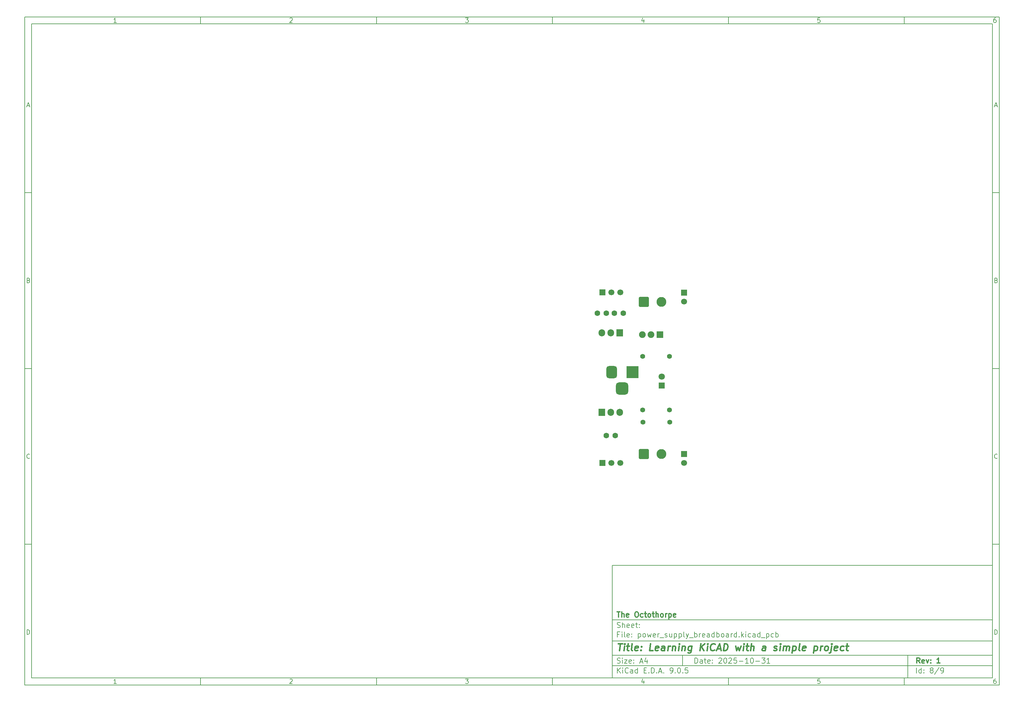
<source format=gbs>
%TF.GenerationSoftware,KiCad,Pcbnew,9.0.5*%
%TF.CreationDate,2025-11-01T14:32:35+06:00*%
%TF.ProjectId,power_supply_breadboard,706f7765-725f-4737-9570-706c795f6272,1*%
%TF.SameCoordinates,Original*%
%TF.FileFunction,Soldermask,Bot*%
%TF.FilePolarity,Negative*%
%FSLAX46Y46*%
G04 Gerber Fmt 4.6, Leading zero omitted, Abs format (unit mm)*
G04 Created by KiCad (PCBNEW 9.0.5) date 2025-11-01 14:32:35*
%MOMM*%
%LPD*%
G01*
G04 APERTURE LIST*
G04 Aperture macros list*
%AMRoundRect*
0 Rectangle with rounded corners*
0 $1 Rounding radius*
0 $2 $3 $4 $5 $6 $7 $8 $9 X,Y pos of 4 corners*
0 Add a 4 corners polygon primitive as box body*
4,1,4,$2,$3,$4,$5,$6,$7,$8,$9,$2,$3,0*
0 Add four circle primitives for the rounded corners*
1,1,$1+$1,$2,$3*
1,1,$1+$1,$4,$5*
1,1,$1+$1,$6,$7*
1,1,$1+$1,$8,$9*
0 Add four rect primitives between the rounded corners*
20,1,$1+$1,$2,$3,$4,$5,0*
20,1,$1+$1,$4,$5,$6,$7,0*
20,1,$1+$1,$6,$7,$8,$9,0*
20,1,$1+$1,$8,$9,$2,$3,0*%
G04 Aperture macros list end*
%ADD10C,0.100000*%
%ADD11C,0.150000*%
%ADD12C,0.300000*%
%ADD13C,0.400000*%
%ADD14RoundRect,0.250001X-1.149999X-1.149999X1.149999X-1.149999X1.149999X1.149999X-1.149999X1.149999X0*%
%ADD15C,2.800000*%
%ADD16R,1.700000X1.700000*%
%ADD17C,1.700000*%
%ADD18R,1.905000X2.000000*%
%ADD19O,1.905000X2.000000*%
%ADD20C,1.400000*%
%ADD21C,1.600000*%
%ADD22R,3.500000X3.500000*%
%ADD23RoundRect,0.750000X-0.750000X-1.000000X0.750000X-1.000000X0.750000X1.000000X-0.750000X1.000000X0*%
%ADD24RoundRect,0.875000X-0.875000X-0.875000X0.875000X-0.875000X0.875000X0.875000X-0.875000X0.875000X0*%
%ADD25R,1.900000X1.900000*%
%ADD26C,1.900000*%
%ADD27R,1.800000X1.800000*%
%ADD28C,1.800000*%
G04 APERTURE END LIST*
D10*
D11*
X177002200Y-166007200D02*
X285002200Y-166007200D01*
X285002200Y-198007200D01*
X177002200Y-198007200D01*
X177002200Y-166007200D01*
D10*
D11*
X10000000Y-10000000D02*
X287002200Y-10000000D01*
X287002200Y-200007200D01*
X10000000Y-200007200D01*
X10000000Y-10000000D01*
D10*
D11*
X12000000Y-12000000D02*
X285002200Y-12000000D01*
X285002200Y-198007200D01*
X12000000Y-198007200D01*
X12000000Y-12000000D01*
D10*
D11*
X60000000Y-12000000D02*
X60000000Y-10000000D01*
D10*
D11*
X110000000Y-12000000D02*
X110000000Y-10000000D01*
D10*
D11*
X160000000Y-12000000D02*
X160000000Y-10000000D01*
D10*
D11*
X210000000Y-12000000D02*
X210000000Y-10000000D01*
D10*
D11*
X260000000Y-12000000D02*
X260000000Y-10000000D01*
D10*
D11*
X36089160Y-11593604D02*
X35346303Y-11593604D01*
X35717731Y-11593604D02*
X35717731Y-10293604D01*
X35717731Y-10293604D02*
X35593922Y-10479319D01*
X35593922Y-10479319D02*
X35470112Y-10603128D01*
X35470112Y-10603128D02*
X35346303Y-10665033D01*
D10*
D11*
X85346303Y-10417414D02*
X85408207Y-10355509D01*
X85408207Y-10355509D02*
X85532017Y-10293604D01*
X85532017Y-10293604D02*
X85841541Y-10293604D01*
X85841541Y-10293604D02*
X85965350Y-10355509D01*
X85965350Y-10355509D02*
X86027255Y-10417414D01*
X86027255Y-10417414D02*
X86089160Y-10541223D01*
X86089160Y-10541223D02*
X86089160Y-10665033D01*
X86089160Y-10665033D02*
X86027255Y-10850747D01*
X86027255Y-10850747D02*
X85284398Y-11593604D01*
X85284398Y-11593604D02*
X86089160Y-11593604D01*
D10*
D11*
X135284398Y-10293604D02*
X136089160Y-10293604D01*
X136089160Y-10293604D02*
X135655826Y-10788842D01*
X135655826Y-10788842D02*
X135841541Y-10788842D01*
X135841541Y-10788842D02*
X135965350Y-10850747D01*
X135965350Y-10850747D02*
X136027255Y-10912652D01*
X136027255Y-10912652D02*
X136089160Y-11036461D01*
X136089160Y-11036461D02*
X136089160Y-11345985D01*
X136089160Y-11345985D02*
X136027255Y-11469795D01*
X136027255Y-11469795D02*
X135965350Y-11531700D01*
X135965350Y-11531700D02*
X135841541Y-11593604D01*
X135841541Y-11593604D02*
X135470112Y-11593604D01*
X135470112Y-11593604D02*
X135346303Y-11531700D01*
X135346303Y-11531700D02*
X135284398Y-11469795D01*
D10*
D11*
X185965350Y-10726938D02*
X185965350Y-11593604D01*
X185655826Y-10231700D02*
X185346303Y-11160271D01*
X185346303Y-11160271D02*
X186151064Y-11160271D01*
D10*
D11*
X236027255Y-10293604D02*
X235408207Y-10293604D01*
X235408207Y-10293604D02*
X235346303Y-10912652D01*
X235346303Y-10912652D02*
X235408207Y-10850747D01*
X235408207Y-10850747D02*
X235532017Y-10788842D01*
X235532017Y-10788842D02*
X235841541Y-10788842D01*
X235841541Y-10788842D02*
X235965350Y-10850747D01*
X235965350Y-10850747D02*
X236027255Y-10912652D01*
X236027255Y-10912652D02*
X236089160Y-11036461D01*
X236089160Y-11036461D02*
X236089160Y-11345985D01*
X236089160Y-11345985D02*
X236027255Y-11469795D01*
X236027255Y-11469795D02*
X235965350Y-11531700D01*
X235965350Y-11531700D02*
X235841541Y-11593604D01*
X235841541Y-11593604D02*
X235532017Y-11593604D01*
X235532017Y-11593604D02*
X235408207Y-11531700D01*
X235408207Y-11531700D02*
X235346303Y-11469795D01*
D10*
D11*
X285965350Y-10293604D02*
X285717731Y-10293604D01*
X285717731Y-10293604D02*
X285593922Y-10355509D01*
X285593922Y-10355509D02*
X285532017Y-10417414D01*
X285532017Y-10417414D02*
X285408207Y-10603128D01*
X285408207Y-10603128D02*
X285346303Y-10850747D01*
X285346303Y-10850747D02*
X285346303Y-11345985D01*
X285346303Y-11345985D02*
X285408207Y-11469795D01*
X285408207Y-11469795D02*
X285470112Y-11531700D01*
X285470112Y-11531700D02*
X285593922Y-11593604D01*
X285593922Y-11593604D02*
X285841541Y-11593604D01*
X285841541Y-11593604D02*
X285965350Y-11531700D01*
X285965350Y-11531700D02*
X286027255Y-11469795D01*
X286027255Y-11469795D02*
X286089160Y-11345985D01*
X286089160Y-11345985D02*
X286089160Y-11036461D01*
X286089160Y-11036461D02*
X286027255Y-10912652D01*
X286027255Y-10912652D02*
X285965350Y-10850747D01*
X285965350Y-10850747D02*
X285841541Y-10788842D01*
X285841541Y-10788842D02*
X285593922Y-10788842D01*
X285593922Y-10788842D02*
X285470112Y-10850747D01*
X285470112Y-10850747D02*
X285408207Y-10912652D01*
X285408207Y-10912652D02*
X285346303Y-11036461D01*
D10*
D11*
X60000000Y-198007200D02*
X60000000Y-200007200D01*
D10*
D11*
X110000000Y-198007200D02*
X110000000Y-200007200D01*
D10*
D11*
X160000000Y-198007200D02*
X160000000Y-200007200D01*
D10*
D11*
X210000000Y-198007200D02*
X210000000Y-200007200D01*
D10*
D11*
X260000000Y-198007200D02*
X260000000Y-200007200D01*
D10*
D11*
X36089160Y-199600804D02*
X35346303Y-199600804D01*
X35717731Y-199600804D02*
X35717731Y-198300804D01*
X35717731Y-198300804D02*
X35593922Y-198486519D01*
X35593922Y-198486519D02*
X35470112Y-198610328D01*
X35470112Y-198610328D02*
X35346303Y-198672233D01*
D10*
D11*
X85346303Y-198424614D02*
X85408207Y-198362709D01*
X85408207Y-198362709D02*
X85532017Y-198300804D01*
X85532017Y-198300804D02*
X85841541Y-198300804D01*
X85841541Y-198300804D02*
X85965350Y-198362709D01*
X85965350Y-198362709D02*
X86027255Y-198424614D01*
X86027255Y-198424614D02*
X86089160Y-198548423D01*
X86089160Y-198548423D02*
X86089160Y-198672233D01*
X86089160Y-198672233D02*
X86027255Y-198857947D01*
X86027255Y-198857947D02*
X85284398Y-199600804D01*
X85284398Y-199600804D02*
X86089160Y-199600804D01*
D10*
D11*
X135284398Y-198300804D02*
X136089160Y-198300804D01*
X136089160Y-198300804D02*
X135655826Y-198796042D01*
X135655826Y-198796042D02*
X135841541Y-198796042D01*
X135841541Y-198796042D02*
X135965350Y-198857947D01*
X135965350Y-198857947D02*
X136027255Y-198919852D01*
X136027255Y-198919852D02*
X136089160Y-199043661D01*
X136089160Y-199043661D02*
X136089160Y-199353185D01*
X136089160Y-199353185D02*
X136027255Y-199476995D01*
X136027255Y-199476995D02*
X135965350Y-199538900D01*
X135965350Y-199538900D02*
X135841541Y-199600804D01*
X135841541Y-199600804D02*
X135470112Y-199600804D01*
X135470112Y-199600804D02*
X135346303Y-199538900D01*
X135346303Y-199538900D02*
X135284398Y-199476995D01*
D10*
D11*
X185965350Y-198734138D02*
X185965350Y-199600804D01*
X185655826Y-198238900D02*
X185346303Y-199167471D01*
X185346303Y-199167471D02*
X186151064Y-199167471D01*
D10*
D11*
X236027255Y-198300804D02*
X235408207Y-198300804D01*
X235408207Y-198300804D02*
X235346303Y-198919852D01*
X235346303Y-198919852D02*
X235408207Y-198857947D01*
X235408207Y-198857947D02*
X235532017Y-198796042D01*
X235532017Y-198796042D02*
X235841541Y-198796042D01*
X235841541Y-198796042D02*
X235965350Y-198857947D01*
X235965350Y-198857947D02*
X236027255Y-198919852D01*
X236027255Y-198919852D02*
X236089160Y-199043661D01*
X236089160Y-199043661D02*
X236089160Y-199353185D01*
X236089160Y-199353185D02*
X236027255Y-199476995D01*
X236027255Y-199476995D02*
X235965350Y-199538900D01*
X235965350Y-199538900D02*
X235841541Y-199600804D01*
X235841541Y-199600804D02*
X235532017Y-199600804D01*
X235532017Y-199600804D02*
X235408207Y-199538900D01*
X235408207Y-199538900D02*
X235346303Y-199476995D01*
D10*
D11*
X285965350Y-198300804D02*
X285717731Y-198300804D01*
X285717731Y-198300804D02*
X285593922Y-198362709D01*
X285593922Y-198362709D02*
X285532017Y-198424614D01*
X285532017Y-198424614D02*
X285408207Y-198610328D01*
X285408207Y-198610328D02*
X285346303Y-198857947D01*
X285346303Y-198857947D02*
X285346303Y-199353185D01*
X285346303Y-199353185D02*
X285408207Y-199476995D01*
X285408207Y-199476995D02*
X285470112Y-199538900D01*
X285470112Y-199538900D02*
X285593922Y-199600804D01*
X285593922Y-199600804D02*
X285841541Y-199600804D01*
X285841541Y-199600804D02*
X285965350Y-199538900D01*
X285965350Y-199538900D02*
X286027255Y-199476995D01*
X286027255Y-199476995D02*
X286089160Y-199353185D01*
X286089160Y-199353185D02*
X286089160Y-199043661D01*
X286089160Y-199043661D02*
X286027255Y-198919852D01*
X286027255Y-198919852D02*
X285965350Y-198857947D01*
X285965350Y-198857947D02*
X285841541Y-198796042D01*
X285841541Y-198796042D02*
X285593922Y-198796042D01*
X285593922Y-198796042D02*
X285470112Y-198857947D01*
X285470112Y-198857947D02*
X285408207Y-198919852D01*
X285408207Y-198919852D02*
X285346303Y-199043661D01*
D10*
D11*
X10000000Y-60000000D02*
X12000000Y-60000000D01*
D10*
D11*
X10000000Y-110000000D02*
X12000000Y-110000000D01*
D10*
D11*
X10000000Y-160000000D02*
X12000000Y-160000000D01*
D10*
D11*
X10690476Y-35222176D02*
X11309523Y-35222176D01*
X10566666Y-35593604D02*
X10999999Y-34293604D01*
X10999999Y-34293604D02*
X11433333Y-35593604D01*
D10*
D11*
X11092857Y-84912652D02*
X11278571Y-84974557D01*
X11278571Y-84974557D02*
X11340476Y-85036461D01*
X11340476Y-85036461D02*
X11402380Y-85160271D01*
X11402380Y-85160271D02*
X11402380Y-85345985D01*
X11402380Y-85345985D02*
X11340476Y-85469795D01*
X11340476Y-85469795D02*
X11278571Y-85531700D01*
X11278571Y-85531700D02*
X11154761Y-85593604D01*
X11154761Y-85593604D02*
X10659523Y-85593604D01*
X10659523Y-85593604D02*
X10659523Y-84293604D01*
X10659523Y-84293604D02*
X11092857Y-84293604D01*
X11092857Y-84293604D02*
X11216666Y-84355509D01*
X11216666Y-84355509D02*
X11278571Y-84417414D01*
X11278571Y-84417414D02*
X11340476Y-84541223D01*
X11340476Y-84541223D02*
X11340476Y-84665033D01*
X11340476Y-84665033D02*
X11278571Y-84788842D01*
X11278571Y-84788842D02*
X11216666Y-84850747D01*
X11216666Y-84850747D02*
X11092857Y-84912652D01*
X11092857Y-84912652D02*
X10659523Y-84912652D01*
D10*
D11*
X11402380Y-135469795D02*
X11340476Y-135531700D01*
X11340476Y-135531700D02*
X11154761Y-135593604D01*
X11154761Y-135593604D02*
X11030952Y-135593604D01*
X11030952Y-135593604D02*
X10845238Y-135531700D01*
X10845238Y-135531700D02*
X10721428Y-135407890D01*
X10721428Y-135407890D02*
X10659523Y-135284080D01*
X10659523Y-135284080D02*
X10597619Y-135036461D01*
X10597619Y-135036461D02*
X10597619Y-134850747D01*
X10597619Y-134850747D02*
X10659523Y-134603128D01*
X10659523Y-134603128D02*
X10721428Y-134479319D01*
X10721428Y-134479319D02*
X10845238Y-134355509D01*
X10845238Y-134355509D02*
X11030952Y-134293604D01*
X11030952Y-134293604D02*
X11154761Y-134293604D01*
X11154761Y-134293604D02*
X11340476Y-134355509D01*
X11340476Y-134355509D02*
X11402380Y-134417414D01*
D10*
D11*
X10659523Y-185593604D02*
X10659523Y-184293604D01*
X10659523Y-184293604D02*
X10969047Y-184293604D01*
X10969047Y-184293604D02*
X11154761Y-184355509D01*
X11154761Y-184355509D02*
X11278571Y-184479319D01*
X11278571Y-184479319D02*
X11340476Y-184603128D01*
X11340476Y-184603128D02*
X11402380Y-184850747D01*
X11402380Y-184850747D02*
X11402380Y-185036461D01*
X11402380Y-185036461D02*
X11340476Y-185284080D01*
X11340476Y-185284080D02*
X11278571Y-185407890D01*
X11278571Y-185407890D02*
X11154761Y-185531700D01*
X11154761Y-185531700D02*
X10969047Y-185593604D01*
X10969047Y-185593604D02*
X10659523Y-185593604D01*
D10*
D11*
X287002200Y-60000000D02*
X285002200Y-60000000D01*
D10*
D11*
X287002200Y-110000000D02*
X285002200Y-110000000D01*
D10*
D11*
X287002200Y-160000000D02*
X285002200Y-160000000D01*
D10*
D11*
X285692676Y-35222176D02*
X286311723Y-35222176D01*
X285568866Y-35593604D02*
X286002199Y-34293604D01*
X286002199Y-34293604D02*
X286435533Y-35593604D01*
D10*
D11*
X286095057Y-84912652D02*
X286280771Y-84974557D01*
X286280771Y-84974557D02*
X286342676Y-85036461D01*
X286342676Y-85036461D02*
X286404580Y-85160271D01*
X286404580Y-85160271D02*
X286404580Y-85345985D01*
X286404580Y-85345985D02*
X286342676Y-85469795D01*
X286342676Y-85469795D02*
X286280771Y-85531700D01*
X286280771Y-85531700D02*
X286156961Y-85593604D01*
X286156961Y-85593604D02*
X285661723Y-85593604D01*
X285661723Y-85593604D02*
X285661723Y-84293604D01*
X285661723Y-84293604D02*
X286095057Y-84293604D01*
X286095057Y-84293604D02*
X286218866Y-84355509D01*
X286218866Y-84355509D02*
X286280771Y-84417414D01*
X286280771Y-84417414D02*
X286342676Y-84541223D01*
X286342676Y-84541223D02*
X286342676Y-84665033D01*
X286342676Y-84665033D02*
X286280771Y-84788842D01*
X286280771Y-84788842D02*
X286218866Y-84850747D01*
X286218866Y-84850747D02*
X286095057Y-84912652D01*
X286095057Y-84912652D02*
X285661723Y-84912652D01*
D10*
D11*
X286404580Y-135469795D02*
X286342676Y-135531700D01*
X286342676Y-135531700D02*
X286156961Y-135593604D01*
X286156961Y-135593604D02*
X286033152Y-135593604D01*
X286033152Y-135593604D02*
X285847438Y-135531700D01*
X285847438Y-135531700D02*
X285723628Y-135407890D01*
X285723628Y-135407890D02*
X285661723Y-135284080D01*
X285661723Y-135284080D02*
X285599819Y-135036461D01*
X285599819Y-135036461D02*
X285599819Y-134850747D01*
X285599819Y-134850747D02*
X285661723Y-134603128D01*
X285661723Y-134603128D02*
X285723628Y-134479319D01*
X285723628Y-134479319D02*
X285847438Y-134355509D01*
X285847438Y-134355509D02*
X286033152Y-134293604D01*
X286033152Y-134293604D02*
X286156961Y-134293604D01*
X286156961Y-134293604D02*
X286342676Y-134355509D01*
X286342676Y-134355509D02*
X286404580Y-134417414D01*
D10*
D11*
X285661723Y-185593604D02*
X285661723Y-184293604D01*
X285661723Y-184293604D02*
X285971247Y-184293604D01*
X285971247Y-184293604D02*
X286156961Y-184355509D01*
X286156961Y-184355509D02*
X286280771Y-184479319D01*
X286280771Y-184479319D02*
X286342676Y-184603128D01*
X286342676Y-184603128D02*
X286404580Y-184850747D01*
X286404580Y-184850747D02*
X286404580Y-185036461D01*
X286404580Y-185036461D02*
X286342676Y-185284080D01*
X286342676Y-185284080D02*
X286280771Y-185407890D01*
X286280771Y-185407890D02*
X286156961Y-185531700D01*
X286156961Y-185531700D02*
X285971247Y-185593604D01*
X285971247Y-185593604D02*
X285661723Y-185593604D01*
D10*
D11*
X200458026Y-193793328D02*
X200458026Y-192293328D01*
X200458026Y-192293328D02*
X200815169Y-192293328D01*
X200815169Y-192293328D02*
X201029455Y-192364757D01*
X201029455Y-192364757D02*
X201172312Y-192507614D01*
X201172312Y-192507614D02*
X201243741Y-192650471D01*
X201243741Y-192650471D02*
X201315169Y-192936185D01*
X201315169Y-192936185D02*
X201315169Y-193150471D01*
X201315169Y-193150471D02*
X201243741Y-193436185D01*
X201243741Y-193436185D02*
X201172312Y-193579042D01*
X201172312Y-193579042D02*
X201029455Y-193721900D01*
X201029455Y-193721900D02*
X200815169Y-193793328D01*
X200815169Y-193793328D02*
X200458026Y-193793328D01*
X202600884Y-193793328D02*
X202600884Y-193007614D01*
X202600884Y-193007614D02*
X202529455Y-192864757D01*
X202529455Y-192864757D02*
X202386598Y-192793328D01*
X202386598Y-192793328D02*
X202100884Y-192793328D01*
X202100884Y-192793328D02*
X201958026Y-192864757D01*
X202600884Y-193721900D02*
X202458026Y-193793328D01*
X202458026Y-193793328D02*
X202100884Y-193793328D01*
X202100884Y-193793328D02*
X201958026Y-193721900D01*
X201958026Y-193721900D02*
X201886598Y-193579042D01*
X201886598Y-193579042D02*
X201886598Y-193436185D01*
X201886598Y-193436185D02*
X201958026Y-193293328D01*
X201958026Y-193293328D02*
X202100884Y-193221900D01*
X202100884Y-193221900D02*
X202458026Y-193221900D01*
X202458026Y-193221900D02*
X202600884Y-193150471D01*
X203100884Y-192793328D02*
X203672312Y-192793328D01*
X203315169Y-192293328D02*
X203315169Y-193579042D01*
X203315169Y-193579042D02*
X203386598Y-193721900D01*
X203386598Y-193721900D02*
X203529455Y-193793328D01*
X203529455Y-193793328D02*
X203672312Y-193793328D01*
X204743741Y-193721900D02*
X204600884Y-193793328D01*
X204600884Y-193793328D02*
X204315170Y-193793328D01*
X204315170Y-193793328D02*
X204172312Y-193721900D01*
X204172312Y-193721900D02*
X204100884Y-193579042D01*
X204100884Y-193579042D02*
X204100884Y-193007614D01*
X204100884Y-193007614D02*
X204172312Y-192864757D01*
X204172312Y-192864757D02*
X204315170Y-192793328D01*
X204315170Y-192793328D02*
X204600884Y-192793328D01*
X204600884Y-192793328D02*
X204743741Y-192864757D01*
X204743741Y-192864757D02*
X204815170Y-193007614D01*
X204815170Y-193007614D02*
X204815170Y-193150471D01*
X204815170Y-193150471D02*
X204100884Y-193293328D01*
X205458026Y-193650471D02*
X205529455Y-193721900D01*
X205529455Y-193721900D02*
X205458026Y-193793328D01*
X205458026Y-193793328D02*
X205386598Y-193721900D01*
X205386598Y-193721900D02*
X205458026Y-193650471D01*
X205458026Y-193650471D02*
X205458026Y-193793328D01*
X205458026Y-192864757D02*
X205529455Y-192936185D01*
X205529455Y-192936185D02*
X205458026Y-193007614D01*
X205458026Y-193007614D02*
X205386598Y-192936185D01*
X205386598Y-192936185D02*
X205458026Y-192864757D01*
X205458026Y-192864757D02*
X205458026Y-193007614D01*
X207243741Y-192436185D02*
X207315169Y-192364757D01*
X207315169Y-192364757D02*
X207458027Y-192293328D01*
X207458027Y-192293328D02*
X207815169Y-192293328D01*
X207815169Y-192293328D02*
X207958027Y-192364757D01*
X207958027Y-192364757D02*
X208029455Y-192436185D01*
X208029455Y-192436185D02*
X208100884Y-192579042D01*
X208100884Y-192579042D02*
X208100884Y-192721900D01*
X208100884Y-192721900D02*
X208029455Y-192936185D01*
X208029455Y-192936185D02*
X207172312Y-193793328D01*
X207172312Y-193793328D02*
X208100884Y-193793328D01*
X209029455Y-192293328D02*
X209172312Y-192293328D01*
X209172312Y-192293328D02*
X209315169Y-192364757D01*
X209315169Y-192364757D02*
X209386598Y-192436185D01*
X209386598Y-192436185D02*
X209458026Y-192579042D01*
X209458026Y-192579042D02*
X209529455Y-192864757D01*
X209529455Y-192864757D02*
X209529455Y-193221900D01*
X209529455Y-193221900D02*
X209458026Y-193507614D01*
X209458026Y-193507614D02*
X209386598Y-193650471D01*
X209386598Y-193650471D02*
X209315169Y-193721900D01*
X209315169Y-193721900D02*
X209172312Y-193793328D01*
X209172312Y-193793328D02*
X209029455Y-193793328D01*
X209029455Y-193793328D02*
X208886598Y-193721900D01*
X208886598Y-193721900D02*
X208815169Y-193650471D01*
X208815169Y-193650471D02*
X208743740Y-193507614D01*
X208743740Y-193507614D02*
X208672312Y-193221900D01*
X208672312Y-193221900D02*
X208672312Y-192864757D01*
X208672312Y-192864757D02*
X208743740Y-192579042D01*
X208743740Y-192579042D02*
X208815169Y-192436185D01*
X208815169Y-192436185D02*
X208886598Y-192364757D01*
X208886598Y-192364757D02*
X209029455Y-192293328D01*
X210100883Y-192436185D02*
X210172311Y-192364757D01*
X210172311Y-192364757D02*
X210315169Y-192293328D01*
X210315169Y-192293328D02*
X210672311Y-192293328D01*
X210672311Y-192293328D02*
X210815169Y-192364757D01*
X210815169Y-192364757D02*
X210886597Y-192436185D01*
X210886597Y-192436185D02*
X210958026Y-192579042D01*
X210958026Y-192579042D02*
X210958026Y-192721900D01*
X210958026Y-192721900D02*
X210886597Y-192936185D01*
X210886597Y-192936185D02*
X210029454Y-193793328D01*
X210029454Y-193793328D02*
X210958026Y-193793328D01*
X212315168Y-192293328D02*
X211600882Y-192293328D01*
X211600882Y-192293328D02*
X211529454Y-193007614D01*
X211529454Y-193007614D02*
X211600882Y-192936185D01*
X211600882Y-192936185D02*
X211743740Y-192864757D01*
X211743740Y-192864757D02*
X212100882Y-192864757D01*
X212100882Y-192864757D02*
X212243740Y-192936185D01*
X212243740Y-192936185D02*
X212315168Y-193007614D01*
X212315168Y-193007614D02*
X212386597Y-193150471D01*
X212386597Y-193150471D02*
X212386597Y-193507614D01*
X212386597Y-193507614D02*
X212315168Y-193650471D01*
X212315168Y-193650471D02*
X212243740Y-193721900D01*
X212243740Y-193721900D02*
X212100882Y-193793328D01*
X212100882Y-193793328D02*
X211743740Y-193793328D01*
X211743740Y-193793328D02*
X211600882Y-193721900D01*
X211600882Y-193721900D02*
X211529454Y-193650471D01*
X213029453Y-193221900D02*
X214172311Y-193221900D01*
X215672311Y-193793328D02*
X214815168Y-193793328D01*
X215243739Y-193793328D02*
X215243739Y-192293328D01*
X215243739Y-192293328D02*
X215100882Y-192507614D01*
X215100882Y-192507614D02*
X214958025Y-192650471D01*
X214958025Y-192650471D02*
X214815168Y-192721900D01*
X216600882Y-192293328D02*
X216743739Y-192293328D01*
X216743739Y-192293328D02*
X216886596Y-192364757D01*
X216886596Y-192364757D02*
X216958025Y-192436185D01*
X216958025Y-192436185D02*
X217029453Y-192579042D01*
X217029453Y-192579042D02*
X217100882Y-192864757D01*
X217100882Y-192864757D02*
X217100882Y-193221900D01*
X217100882Y-193221900D02*
X217029453Y-193507614D01*
X217029453Y-193507614D02*
X216958025Y-193650471D01*
X216958025Y-193650471D02*
X216886596Y-193721900D01*
X216886596Y-193721900D02*
X216743739Y-193793328D01*
X216743739Y-193793328D02*
X216600882Y-193793328D01*
X216600882Y-193793328D02*
X216458025Y-193721900D01*
X216458025Y-193721900D02*
X216386596Y-193650471D01*
X216386596Y-193650471D02*
X216315167Y-193507614D01*
X216315167Y-193507614D02*
X216243739Y-193221900D01*
X216243739Y-193221900D02*
X216243739Y-192864757D01*
X216243739Y-192864757D02*
X216315167Y-192579042D01*
X216315167Y-192579042D02*
X216386596Y-192436185D01*
X216386596Y-192436185D02*
X216458025Y-192364757D01*
X216458025Y-192364757D02*
X216600882Y-192293328D01*
X217743738Y-193221900D02*
X218886596Y-193221900D01*
X219458024Y-192293328D02*
X220386596Y-192293328D01*
X220386596Y-192293328D02*
X219886596Y-192864757D01*
X219886596Y-192864757D02*
X220100881Y-192864757D01*
X220100881Y-192864757D02*
X220243739Y-192936185D01*
X220243739Y-192936185D02*
X220315167Y-193007614D01*
X220315167Y-193007614D02*
X220386596Y-193150471D01*
X220386596Y-193150471D02*
X220386596Y-193507614D01*
X220386596Y-193507614D02*
X220315167Y-193650471D01*
X220315167Y-193650471D02*
X220243739Y-193721900D01*
X220243739Y-193721900D02*
X220100881Y-193793328D01*
X220100881Y-193793328D02*
X219672310Y-193793328D01*
X219672310Y-193793328D02*
X219529453Y-193721900D01*
X219529453Y-193721900D02*
X219458024Y-193650471D01*
X221815167Y-193793328D02*
X220958024Y-193793328D01*
X221386595Y-193793328D02*
X221386595Y-192293328D01*
X221386595Y-192293328D02*
X221243738Y-192507614D01*
X221243738Y-192507614D02*
X221100881Y-192650471D01*
X221100881Y-192650471D02*
X220958024Y-192721900D01*
D10*
D11*
X177002200Y-194507200D02*
X285002200Y-194507200D01*
D10*
D11*
X178458026Y-196593328D02*
X178458026Y-195093328D01*
X179315169Y-196593328D02*
X178672312Y-195736185D01*
X179315169Y-195093328D02*
X178458026Y-195950471D01*
X179958026Y-196593328D02*
X179958026Y-195593328D01*
X179958026Y-195093328D02*
X179886598Y-195164757D01*
X179886598Y-195164757D02*
X179958026Y-195236185D01*
X179958026Y-195236185D02*
X180029455Y-195164757D01*
X180029455Y-195164757D02*
X179958026Y-195093328D01*
X179958026Y-195093328D02*
X179958026Y-195236185D01*
X181529455Y-196450471D02*
X181458027Y-196521900D01*
X181458027Y-196521900D02*
X181243741Y-196593328D01*
X181243741Y-196593328D02*
X181100884Y-196593328D01*
X181100884Y-196593328D02*
X180886598Y-196521900D01*
X180886598Y-196521900D02*
X180743741Y-196379042D01*
X180743741Y-196379042D02*
X180672312Y-196236185D01*
X180672312Y-196236185D02*
X180600884Y-195950471D01*
X180600884Y-195950471D02*
X180600884Y-195736185D01*
X180600884Y-195736185D02*
X180672312Y-195450471D01*
X180672312Y-195450471D02*
X180743741Y-195307614D01*
X180743741Y-195307614D02*
X180886598Y-195164757D01*
X180886598Y-195164757D02*
X181100884Y-195093328D01*
X181100884Y-195093328D02*
X181243741Y-195093328D01*
X181243741Y-195093328D02*
X181458027Y-195164757D01*
X181458027Y-195164757D02*
X181529455Y-195236185D01*
X182815170Y-196593328D02*
X182815170Y-195807614D01*
X182815170Y-195807614D02*
X182743741Y-195664757D01*
X182743741Y-195664757D02*
X182600884Y-195593328D01*
X182600884Y-195593328D02*
X182315170Y-195593328D01*
X182315170Y-195593328D02*
X182172312Y-195664757D01*
X182815170Y-196521900D02*
X182672312Y-196593328D01*
X182672312Y-196593328D02*
X182315170Y-196593328D01*
X182315170Y-196593328D02*
X182172312Y-196521900D01*
X182172312Y-196521900D02*
X182100884Y-196379042D01*
X182100884Y-196379042D02*
X182100884Y-196236185D01*
X182100884Y-196236185D02*
X182172312Y-196093328D01*
X182172312Y-196093328D02*
X182315170Y-196021900D01*
X182315170Y-196021900D02*
X182672312Y-196021900D01*
X182672312Y-196021900D02*
X182815170Y-195950471D01*
X184172313Y-196593328D02*
X184172313Y-195093328D01*
X184172313Y-196521900D02*
X184029455Y-196593328D01*
X184029455Y-196593328D02*
X183743741Y-196593328D01*
X183743741Y-196593328D02*
X183600884Y-196521900D01*
X183600884Y-196521900D02*
X183529455Y-196450471D01*
X183529455Y-196450471D02*
X183458027Y-196307614D01*
X183458027Y-196307614D02*
X183458027Y-195879042D01*
X183458027Y-195879042D02*
X183529455Y-195736185D01*
X183529455Y-195736185D02*
X183600884Y-195664757D01*
X183600884Y-195664757D02*
X183743741Y-195593328D01*
X183743741Y-195593328D02*
X184029455Y-195593328D01*
X184029455Y-195593328D02*
X184172313Y-195664757D01*
X186029455Y-195807614D02*
X186529455Y-195807614D01*
X186743741Y-196593328D02*
X186029455Y-196593328D01*
X186029455Y-196593328D02*
X186029455Y-195093328D01*
X186029455Y-195093328D02*
X186743741Y-195093328D01*
X187386598Y-196450471D02*
X187458027Y-196521900D01*
X187458027Y-196521900D02*
X187386598Y-196593328D01*
X187386598Y-196593328D02*
X187315170Y-196521900D01*
X187315170Y-196521900D02*
X187386598Y-196450471D01*
X187386598Y-196450471D02*
X187386598Y-196593328D01*
X188100884Y-196593328D02*
X188100884Y-195093328D01*
X188100884Y-195093328D02*
X188458027Y-195093328D01*
X188458027Y-195093328D02*
X188672313Y-195164757D01*
X188672313Y-195164757D02*
X188815170Y-195307614D01*
X188815170Y-195307614D02*
X188886599Y-195450471D01*
X188886599Y-195450471D02*
X188958027Y-195736185D01*
X188958027Y-195736185D02*
X188958027Y-195950471D01*
X188958027Y-195950471D02*
X188886599Y-196236185D01*
X188886599Y-196236185D02*
X188815170Y-196379042D01*
X188815170Y-196379042D02*
X188672313Y-196521900D01*
X188672313Y-196521900D02*
X188458027Y-196593328D01*
X188458027Y-196593328D02*
X188100884Y-196593328D01*
X189600884Y-196450471D02*
X189672313Y-196521900D01*
X189672313Y-196521900D02*
X189600884Y-196593328D01*
X189600884Y-196593328D02*
X189529456Y-196521900D01*
X189529456Y-196521900D02*
X189600884Y-196450471D01*
X189600884Y-196450471D02*
X189600884Y-196593328D01*
X190243742Y-196164757D02*
X190958028Y-196164757D01*
X190100885Y-196593328D02*
X190600885Y-195093328D01*
X190600885Y-195093328D02*
X191100885Y-196593328D01*
X191600884Y-196450471D02*
X191672313Y-196521900D01*
X191672313Y-196521900D02*
X191600884Y-196593328D01*
X191600884Y-196593328D02*
X191529456Y-196521900D01*
X191529456Y-196521900D02*
X191600884Y-196450471D01*
X191600884Y-196450471D02*
X191600884Y-196593328D01*
X193529456Y-196593328D02*
X193815170Y-196593328D01*
X193815170Y-196593328D02*
X193958027Y-196521900D01*
X193958027Y-196521900D02*
X194029456Y-196450471D01*
X194029456Y-196450471D02*
X194172313Y-196236185D01*
X194172313Y-196236185D02*
X194243742Y-195950471D01*
X194243742Y-195950471D02*
X194243742Y-195379042D01*
X194243742Y-195379042D02*
X194172313Y-195236185D01*
X194172313Y-195236185D02*
X194100885Y-195164757D01*
X194100885Y-195164757D02*
X193958027Y-195093328D01*
X193958027Y-195093328D02*
X193672313Y-195093328D01*
X193672313Y-195093328D02*
X193529456Y-195164757D01*
X193529456Y-195164757D02*
X193458027Y-195236185D01*
X193458027Y-195236185D02*
X193386599Y-195379042D01*
X193386599Y-195379042D02*
X193386599Y-195736185D01*
X193386599Y-195736185D02*
X193458027Y-195879042D01*
X193458027Y-195879042D02*
X193529456Y-195950471D01*
X193529456Y-195950471D02*
X193672313Y-196021900D01*
X193672313Y-196021900D02*
X193958027Y-196021900D01*
X193958027Y-196021900D02*
X194100885Y-195950471D01*
X194100885Y-195950471D02*
X194172313Y-195879042D01*
X194172313Y-195879042D02*
X194243742Y-195736185D01*
X194886598Y-196450471D02*
X194958027Y-196521900D01*
X194958027Y-196521900D02*
X194886598Y-196593328D01*
X194886598Y-196593328D02*
X194815170Y-196521900D01*
X194815170Y-196521900D02*
X194886598Y-196450471D01*
X194886598Y-196450471D02*
X194886598Y-196593328D01*
X195886599Y-195093328D02*
X196029456Y-195093328D01*
X196029456Y-195093328D02*
X196172313Y-195164757D01*
X196172313Y-195164757D02*
X196243742Y-195236185D01*
X196243742Y-195236185D02*
X196315170Y-195379042D01*
X196315170Y-195379042D02*
X196386599Y-195664757D01*
X196386599Y-195664757D02*
X196386599Y-196021900D01*
X196386599Y-196021900D02*
X196315170Y-196307614D01*
X196315170Y-196307614D02*
X196243742Y-196450471D01*
X196243742Y-196450471D02*
X196172313Y-196521900D01*
X196172313Y-196521900D02*
X196029456Y-196593328D01*
X196029456Y-196593328D02*
X195886599Y-196593328D01*
X195886599Y-196593328D02*
X195743742Y-196521900D01*
X195743742Y-196521900D02*
X195672313Y-196450471D01*
X195672313Y-196450471D02*
X195600884Y-196307614D01*
X195600884Y-196307614D02*
X195529456Y-196021900D01*
X195529456Y-196021900D02*
X195529456Y-195664757D01*
X195529456Y-195664757D02*
X195600884Y-195379042D01*
X195600884Y-195379042D02*
X195672313Y-195236185D01*
X195672313Y-195236185D02*
X195743742Y-195164757D01*
X195743742Y-195164757D02*
X195886599Y-195093328D01*
X197029455Y-196450471D02*
X197100884Y-196521900D01*
X197100884Y-196521900D02*
X197029455Y-196593328D01*
X197029455Y-196593328D02*
X196958027Y-196521900D01*
X196958027Y-196521900D02*
X197029455Y-196450471D01*
X197029455Y-196450471D02*
X197029455Y-196593328D01*
X198458027Y-195093328D02*
X197743741Y-195093328D01*
X197743741Y-195093328D02*
X197672313Y-195807614D01*
X197672313Y-195807614D02*
X197743741Y-195736185D01*
X197743741Y-195736185D02*
X197886599Y-195664757D01*
X197886599Y-195664757D02*
X198243741Y-195664757D01*
X198243741Y-195664757D02*
X198386599Y-195736185D01*
X198386599Y-195736185D02*
X198458027Y-195807614D01*
X198458027Y-195807614D02*
X198529456Y-195950471D01*
X198529456Y-195950471D02*
X198529456Y-196307614D01*
X198529456Y-196307614D02*
X198458027Y-196450471D01*
X198458027Y-196450471D02*
X198386599Y-196521900D01*
X198386599Y-196521900D02*
X198243741Y-196593328D01*
X198243741Y-196593328D02*
X197886599Y-196593328D01*
X197886599Y-196593328D02*
X197743741Y-196521900D01*
X197743741Y-196521900D02*
X197672313Y-196450471D01*
D10*
D11*
X177002200Y-191507200D02*
X285002200Y-191507200D01*
D10*
D12*
X264413853Y-193785528D02*
X263913853Y-193071242D01*
X263556710Y-193785528D02*
X263556710Y-192285528D01*
X263556710Y-192285528D02*
X264128139Y-192285528D01*
X264128139Y-192285528D02*
X264270996Y-192356957D01*
X264270996Y-192356957D02*
X264342425Y-192428385D01*
X264342425Y-192428385D02*
X264413853Y-192571242D01*
X264413853Y-192571242D02*
X264413853Y-192785528D01*
X264413853Y-192785528D02*
X264342425Y-192928385D01*
X264342425Y-192928385D02*
X264270996Y-192999814D01*
X264270996Y-192999814D02*
X264128139Y-193071242D01*
X264128139Y-193071242D02*
X263556710Y-193071242D01*
X265628139Y-193714100D02*
X265485282Y-193785528D01*
X265485282Y-193785528D02*
X265199568Y-193785528D01*
X265199568Y-193785528D02*
X265056710Y-193714100D01*
X265056710Y-193714100D02*
X264985282Y-193571242D01*
X264985282Y-193571242D02*
X264985282Y-192999814D01*
X264985282Y-192999814D02*
X265056710Y-192856957D01*
X265056710Y-192856957D02*
X265199568Y-192785528D01*
X265199568Y-192785528D02*
X265485282Y-192785528D01*
X265485282Y-192785528D02*
X265628139Y-192856957D01*
X265628139Y-192856957D02*
X265699568Y-192999814D01*
X265699568Y-192999814D02*
X265699568Y-193142671D01*
X265699568Y-193142671D02*
X264985282Y-193285528D01*
X266199567Y-192785528D02*
X266556710Y-193785528D01*
X266556710Y-193785528D02*
X266913853Y-192785528D01*
X267485281Y-193642671D02*
X267556710Y-193714100D01*
X267556710Y-193714100D02*
X267485281Y-193785528D01*
X267485281Y-193785528D02*
X267413853Y-193714100D01*
X267413853Y-193714100D02*
X267485281Y-193642671D01*
X267485281Y-193642671D02*
X267485281Y-193785528D01*
X267485281Y-192856957D02*
X267556710Y-192928385D01*
X267556710Y-192928385D02*
X267485281Y-192999814D01*
X267485281Y-192999814D02*
X267413853Y-192928385D01*
X267413853Y-192928385D02*
X267485281Y-192856957D01*
X267485281Y-192856957D02*
X267485281Y-192999814D01*
X270128139Y-193785528D02*
X269270996Y-193785528D01*
X269699567Y-193785528D02*
X269699567Y-192285528D01*
X269699567Y-192285528D02*
X269556710Y-192499814D01*
X269556710Y-192499814D02*
X269413853Y-192642671D01*
X269413853Y-192642671D02*
X269270996Y-192714100D01*
D10*
D11*
X178386598Y-193721900D02*
X178600884Y-193793328D01*
X178600884Y-193793328D02*
X178958026Y-193793328D01*
X178958026Y-193793328D02*
X179100884Y-193721900D01*
X179100884Y-193721900D02*
X179172312Y-193650471D01*
X179172312Y-193650471D02*
X179243741Y-193507614D01*
X179243741Y-193507614D02*
X179243741Y-193364757D01*
X179243741Y-193364757D02*
X179172312Y-193221900D01*
X179172312Y-193221900D02*
X179100884Y-193150471D01*
X179100884Y-193150471D02*
X178958026Y-193079042D01*
X178958026Y-193079042D02*
X178672312Y-193007614D01*
X178672312Y-193007614D02*
X178529455Y-192936185D01*
X178529455Y-192936185D02*
X178458026Y-192864757D01*
X178458026Y-192864757D02*
X178386598Y-192721900D01*
X178386598Y-192721900D02*
X178386598Y-192579042D01*
X178386598Y-192579042D02*
X178458026Y-192436185D01*
X178458026Y-192436185D02*
X178529455Y-192364757D01*
X178529455Y-192364757D02*
X178672312Y-192293328D01*
X178672312Y-192293328D02*
X179029455Y-192293328D01*
X179029455Y-192293328D02*
X179243741Y-192364757D01*
X179886597Y-193793328D02*
X179886597Y-192793328D01*
X179886597Y-192293328D02*
X179815169Y-192364757D01*
X179815169Y-192364757D02*
X179886597Y-192436185D01*
X179886597Y-192436185D02*
X179958026Y-192364757D01*
X179958026Y-192364757D02*
X179886597Y-192293328D01*
X179886597Y-192293328D02*
X179886597Y-192436185D01*
X180458026Y-192793328D02*
X181243741Y-192793328D01*
X181243741Y-192793328D02*
X180458026Y-193793328D01*
X180458026Y-193793328D02*
X181243741Y-193793328D01*
X182386598Y-193721900D02*
X182243741Y-193793328D01*
X182243741Y-193793328D02*
X181958027Y-193793328D01*
X181958027Y-193793328D02*
X181815169Y-193721900D01*
X181815169Y-193721900D02*
X181743741Y-193579042D01*
X181743741Y-193579042D02*
X181743741Y-193007614D01*
X181743741Y-193007614D02*
X181815169Y-192864757D01*
X181815169Y-192864757D02*
X181958027Y-192793328D01*
X181958027Y-192793328D02*
X182243741Y-192793328D01*
X182243741Y-192793328D02*
X182386598Y-192864757D01*
X182386598Y-192864757D02*
X182458027Y-193007614D01*
X182458027Y-193007614D02*
X182458027Y-193150471D01*
X182458027Y-193150471D02*
X181743741Y-193293328D01*
X183100883Y-193650471D02*
X183172312Y-193721900D01*
X183172312Y-193721900D02*
X183100883Y-193793328D01*
X183100883Y-193793328D02*
X183029455Y-193721900D01*
X183029455Y-193721900D02*
X183100883Y-193650471D01*
X183100883Y-193650471D02*
X183100883Y-193793328D01*
X183100883Y-192864757D02*
X183172312Y-192936185D01*
X183172312Y-192936185D02*
X183100883Y-193007614D01*
X183100883Y-193007614D02*
X183029455Y-192936185D01*
X183029455Y-192936185D02*
X183100883Y-192864757D01*
X183100883Y-192864757D02*
X183100883Y-193007614D01*
X184886598Y-193364757D02*
X185600884Y-193364757D01*
X184743741Y-193793328D02*
X185243741Y-192293328D01*
X185243741Y-192293328D02*
X185743741Y-193793328D01*
X186886598Y-192793328D02*
X186886598Y-193793328D01*
X186529455Y-192221900D02*
X186172312Y-193293328D01*
X186172312Y-193293328D02*
X187100883Y-193293328D01*
D10*
D11*
X263458026Y-196593328D02*
X263458026Y-195093328D01*
X264815170Y-196593328D02*
X264815170Y-195093328D01*
X264815170Y-196521900D02*
X264672312Y-196593328D01*
X264672312Y-196593328D02*
X264386598Y-196593328D01*
X264386598Y-196593328D02*
X264243741Y-196521900D01*
X264243741Y-196521900D02*
X264172312Y-196450471D01*
X264172312Y-196450471D02*
X264100884Y-196307614D01*
X264100884Y-196307614D02*
X264100884Y-195879042D01*
X264100884Y-195879042D02*
X264172312Y-195736185D01*
X264172312Y-195736185D02*
X264243741Y-195664757D01*
X264243741Y-195664757D02*
X264386598Y-195593328D01*
X264386598Y-195593328D02*
X264672312Y-195593328D01*
X264672312Y-195593328D02*
X264815170Y-195664757D01*
X265529455Y-196450471D02*
X265600884Y-196521900D01*
X265600884Y-196521900D02*
X265529455Y-196593328D01*
X265529455Y-196593328D02*
X265458027Y-196521900D01*
X265458027Y-196521900D02*
X265529455Y-196450471D01*
X265529455Y-196450471D02*
X265529455Y-196593328D01*
X265529455Y-195664757D02*
X265600884Y-195736185D01*
X265600884Y-195736185D02*
X265529455Y-195807614D01*
X265529455Y-195807614D02*
X265458027Y-195736185D01*
X265458027Y-195736185D02*
X265529455Y-195664757D01*
X265529455Y-195664757D02*
X265529455Y-195807614D01*
X267600884Y-195736185D02*
X267458027Y-195664757D01*
X267458027Y-195664757D02*
X267386598Y-195593328D01*
X267386598Y-195593328D02*
X267315170Y-195450471D01*
X267315170Y-195450471D02*
X267315170Y-195379042D01*
X267315170Y-195379042D02*
X267386598Y-195236185D01*
X267386598Y-195236185D02*
X267458027Y-195164757D01*
X267458027Y-195164757D02*
X267600884Y-195093328D01*
X267600884Y-195093328D02*
X267886598Y-195093328D01*
X267886598Y-195093328D02*
X268029456Y-195164757D01*
X268029456Y-195164757D02*
X268100884Y-195236185D01*
X268100884Y-195236185D02*
X268172313Y-195379042D01*
X268172313Y-195379042D02*
X268172313Y-195450471D01*
X268172313Y-195450471D02*
X268100884Y-195593328D01*
X268100884Y-195593328D02*
X268029456Y-195664757D01*
X268029456Y-195664757D02*
X267886598Y-195736185D01*
X267886598Y-195736185D02*
X267600884Y-195736185D01*
X267600884Y-195736185D02*
X267458027Y-195807614D01*
X267458027Y-195807614D02*
X267386598Y-195879042D01*
X267386598Y-195879042D02*
X267315170Y-196021900D01*
X267315170Y-196021900D02*
X267315170Y-196307614D01*
X267315170Y-196307614D02*
X267386598Y-196450471D01*
X267386598Y-196450471D02*
X267458027Y-196521900D01*
X267458027Y-196521900D02*
X267600884Y-196593328D01*
X267600884Y-196593328D02*
X267886598Y-196593328D01*
X267886598Y-196593328D02*
X268029456Y-196521900D01*
X268029456Y-196521900D02*
X268100884Y-196450471D01*
X268100884Y-196450471D02*
X268172313Y-196307614D01*
X268172313Y-196307614D02*
X268172313Y-196021900D01*
X268172313Y-196021900D02*
X268100884Y-195879042D01*
X268100884Y-195879042D02*
X268029456Y-195807614D01*
X268029456Y-195807614D02*
X267886598Y-195736185D01*
X269886598Y-195021900D02*
X268600884Y-196950471D01*
X270458027Y-196593328D02*
X270743741Y-196593328D01*
X270743741Y-196593328D02*
X270886598Y-196521900D01*
X270886598Y-196521900D02*
X270958027Y-196450471D01*
X270958027Y-196450471D02*
X271100884Y-196236185D01*
X271100884Y-196236185D02*
X271172313Y-195950471D01*
X271172313Y-195950471D02*
X271172313Y-195379042D01*
X271172313Y-195379042D02*
X271100884Y-195236185D01*
X271100884Y-195236185D02*
X271029456Y-195164757D01*
X271029456Y-195164757D02*
X270886598Y-195093328D01*
X270886598Y-195093328D02*
X270600884Y-195093328D01*
X270600884Y-195093328D02*
X270458027Y-195164757D01*
X270458027Y-195164757D02*
X270386598Y-195236185D01*
X270386598Y-195236185D02*
X270315170Y-195379042D01*
X270315170Y-195379042D02*
X270315170Y-195736185D01*
X270315170Y-195736185D02*
X270386598Y-195879042D01*
X270386598Y-195879042D02*
X270458027Y-195950471D01*
X270458027Y-195950471D02*
X270600884Y-196021900D01*
X270600884Y-196021900D02*
X270886598Y-196021900D01*
X270886598Y-196021900D02*
X271029456Y-195950471D01*
X271029456Y-195950471D02*
X271100884Y-195879042D01*
X271100884Y-195879042D02*
X271172313Y-195736185D01*
D10*
D11*
X177002200Y-187507200D02*
X285002200Y-187507200D01*
D10*
D13*
X178693928Y-188211638D02*
X179836785Y-188211638D01*
X179015357Y-190211638D02*
X179265357Y-188211638D01*
X180253452Y-190211638D02*
X180420119Y-188878304D01*
X180503452Y-188211638D02*
X180396309Y-188306876D01*
X180396309Y-188306876D02*
X180479643Y-188402114D01*
X180479643Y-188402114D02*
X180586786Y-188306876D01*
X180586786Y-188306876D02*
X180503452Y-188211638D01*
X180503452Y-188211638D02*
X180479643Y-188402114D01*
X181086786Y-188878304D02*
X181848690Y-188878304D01*
X181455833Y-188211638D02*
X181241548Y-189925923D01*
X181241548Y-189925923D02*
X181312976Y-190116400D01*
X181312976Y-190116400D02*
X181491548Y-190211638D01*
X181491548Y-190211638D02*
X181682024Y-190211638D01*
X182634405Y-190211638D02*
X182455833Y-190116400D01*
X182455833Y-190116400D02*
X182384405Y-189925923D01*
X182384405Y-189925923D02*
X182598690Y-188211638D01*
X184170119Y-190116400D02*
X183967738Y-190211638D01*
X183967738Y-190211638D02*
X183586785Y-190211638D01*
X183586785Y-190211638D02*
X183408214Y-190116400D01*
X183408214Y-190116400D02*
X183336785Y-189925923D01*
X183336785Y-189925923D02*
X183432024Y-189164019D01*
X183432024Y-189164019D02*
X183551071Y-188973542D01*
X183551071Y-188973542D02*
X183753452Y-188878304D01*
X183753452Y-188878304D02*
X184134404Y-188878304D01*
X184134404Y-188878304D02*
X184312976Y-188973542D01*
X184312976Y-188973542D02*
X184384404Y-189164019D01*
X184384404Y-189164019D02*
X184360595Y-189354495D01*
X184360595Y-189354495D02*
X183384404Y-189544971D01*
X185134405Y-190021161D02*
X185217738Y-190116400D01*
X185217738Y-190116400D02*
X185110595Y-190211638D01*
X185110595Y-190211638D02*
X185027262Y-190116400D01*
X185027262Y-190116400D02*
X185134405Y-190021161D01*
X185134405Y-190021161D02*
X185110595Y-190211638D01*
X185265357Y-188973542D02*
X185348690Y-189068780D01*
X185348690Y-189068780D02*
X185241548Y-189164019D01*
X185241548Y-189164019D02*
X185158214Y-189068780D01*
X185158214Y-189068780D02*
X185265357Y-188973542D01*
X185265357Y-188973542D02*
X185241548Y-189164019D01*
X188539167Y-190211638D02*
X187586786Y-190211638D01*
X187586786Y-190211638D02*
X187836786Y-188211638D01*
X189979644Y-190116400D02*
X189777263Y-190211638D01*
X189777263Y-190211638D02*
X189396310Y-190211638D01*
X189396310Y-190211638D02*
X189217739Y-190116400D01*
X189217739Y-190116400D02*
X189146310Y-189925923D01*
X189146310Y-189925923D02*
X189241549Y-189164019D01*
X189241549Y-189164019D02*
X189360596Y-188973542D01*
X189360596Y-188973542D02*
X189562977Y-188878304D01*
X189562977Y-188878304D02*
X189943929Y-188878304D01*
X189943929Y-188878304D02*
X190122501Y-188973542D01*
X190122501Y-188973542D02*
X190193929Y-189164019D01*
X190193929Y-189164019D02*
X190170120Y-189354495D01*
X190170120Y-189354495D02*
X189193929Y-189544971D01*
X191777263Y-190211638D02*
X191908215Y-189164019D01*
X191908215Y-189164019D02*
X191836787Y-188973542D01*
X191836787Y-188973542D02*
X191658215Y-188878304D01*
X191658215Y-188878304D02*
X191277263Y-188878304D01*
X191277263Y-188878304D02*
X191074882Y-188973542D01*
X191789168Y-190116400D02*
X191586787Y-190211638D01*
X191586787Y-190211638D02*
X191110596Y-190211638D01*
X191110596Y-190211638D02*
X190932025Y-190116400D01*
X190932025Y-190116400D02*
X190860596Y-189925923D01*
X190860596Y-189925923D02*
X190884406Y-189735447D01*
X190884406Y-189735447D02*
X191003454Y-189544971D01*
X191003454Y-189544971D02*
X191205835Y-189449733D01*
X191205835Y-189449733D02*
X191682025Y-189449733D01*
X191682025Y-189449733D02*
X191884406Y-189354495D01*
X192729644Y-190211638D02*
X192896311Y-188878304D01*
X192848692Y-189259257D02*
X192967739Y-189068780D01*
X192967739Y-189068780D02*
X193074882Y-188973542D01*
X193074882Y-188973542D02*
X193277263Y-188878304D01*
X193277263Y-188878304D02*
X193467739Y-188878304D01*
X194134406Y-188878304D02*
X193967739Y-190211638D01*
X194110596Y-189068780D02*
X194217739Y-188973542D01*
X194217739Y-188973542D02*
X194420120Y-188878304D01*
X194420120Y-188878304D02*
X194705834Y-188878304D01*
X194705834Y-188878304D02*
X194884406Y-188973542D01*
X194884406Y-188973542D02*
X194955834Y-189164019D01*
X194955834Y-189164019D02*
X194824882Y-190211638D01*
X195777263Y-190211638D02*
X195943930Y-188878304D01*
X196027263Y-188211638D02*
X195920120Y-188306876D01*
X195920120Y-188306876D02*
X196003454Y-188402114D01*
X196003454Y-188402114D02*
X196110597Y-188306876D01*
X196110597Y-188306876D02*
X196027263Y-188211638D01*
X196027263Y-188211638D02*
X196003454Y-188402114D01*
X196896311Y-188878304D02*
X196729644Y-190211638D01*
X196872501Y-189068780D02*
X196979644Y-188973542D01*
X196979644Y-188973542D02*
X197182025Y-188878304D01*
X197182025Y-188878304D02*
X197467739Y-188878304D01*
X197467739Y-188878304D02*
X197646311Y-188973542D01*
X197646311Y-188973542D02*
X197717739Y-189164019D01*
X197717739Y-189164019D02*
X197586787Y-190211638D01*
X199562978Y-188878304D02*
X199360597Y-190497352D01*
X199360597Y-190497352D02*
X199241549Y-190687828D01*
X199241549Y-190687828D02*
X199134406Y-190783066D01*
X199134406Y-190783066D02*
X198932025Y-190878304D01*
X198932025Y-190878304D02*
X198646311Y-190878304D01*
X198646311Y-190878304D02*
X198467740Y-190783066D01*
X199408216Y-190116400D02*
X199205835Y-190211638D01*
X199205835Y-190211638D02*
X198824883Y-190211638D01*
X198824883Y-190211638D02*
X198646311Y-190116400D01*
X198646311Y-190116400D02*
X198562978Y-190021161D01*
X198562978Y-190021161D02*
X198491549Y-189830685D01*
X198491549Y-189830685D02*
X198562978Y-189259257D01*
X198562978Y-189259257D02*
X198682025Y-189068780D01*
X198682025Y-189068780D02*
X198789168Y-188973542D01*
X198789168Y-188973542D02*
X198991549Y-188878304D01*
X198991549Y-188878304D02*
X199372502Y-188878304D01*
X199372502Y-188878304D02*
X199551073Y-188973542D01*
X201872502Y-190211638D02*
X202122502Y-188211638D01*
X203015359Y-190211638D02*
X202301074Y-189068780D01*
X203265359Y-188211638D02*
X201979645Y-189354495D01*
X203872502Y-190211638D02*
X204039169Y-188878304D01*
X204122502Y-188211638D02*
X204015359Y-188306876D01*
X204015359Y-188306876D02*
X204098693Y-188402114D01*
X204098693Y-188402114D02*
X204205836Y-188306876D01*
X204205836Y-188306876D02*
X204122502Y-188211638D01*
X204122502Y-188211638D02*
X204098693Y-188402114D01*
X205991550Y-190021161D02*
X205884407Y-190116400D01*
X205884407Y-190116400D02*
X205586788Y-190211638D01*
X205586788Y-190211638D02*
X205396312Y-190211638D01*
X205396312Y-190211638D02*
X205122502Y-190116400D01*
X205122502Y-190116400D02*
X204955836Y-189925923D01*
X204955836Y-189925923D02*
X204884407Y-189735447D01*
X204884407Y-189735447D02*
X204836788Y-189354495D01*
X204836788Y-189354495D02*
X204872502Y-189068780D01*
X204872502Y-189068780D02*
X205015359Y-188687828D01*
X205015359Y-188687828D02*
X205134407Y-188497352D01*
X205134407Y-188497352D02*
X205348693Y-188306876D01*
X205348693Y-188306876D02*
X205646312Y-188211638D01*
X205646312Y-188211638D02*
X205836788Y-188211638D01*
X205836788Y-188211638D02*
X206110598Y-188306876D01*
X206110598Y-188306876D02*
X206193931Y-188402114D01*
X206801074Y-189640209D02*
X207753455Y-189640209D01*
X206539169Y-190211638D02*
X207455836Y-188211638D01*
X207455836Y-188211638D02*
X207872502Y-190211638D01*
X208539169Y-190211638D02*
X208789169Y-188211638D01*
X208789169Y-188211638D02*
X209265360Y-188211638D01*
X209265360Y-188211638D02*
X209539169Y-188306876D01*
X209539169Y-188306876D02*
X209705836Y-188497352D01*
X209705836Y-188497352D02*
X209777264Y-188687828D01*
X209777264Y-188687828D02*
X209824884Y-189068780D01*
X209824884Y-189068780D02*
X209789169Y-189354495D01*
X209789169Y-189354495D02*
X209646312Y-189735447D01*
X209646312Y-189735447D02*
X209527264Y-189925923D01*
X209527264Y-189925923D02*
X209312979Y-190116400D01*
X209312979Y-190116400D02*
X209015360Y-190211638D01*
X209015360Y-190211638D02*
X208539169Y-190211638D01*
X212039170Y-188878304D02*
X212253455Y-190211638D01*
X212253455Y-190211638D02*
X212753455Y-189259257D01*
X212753455Y-189259257D02*
X213015360Y-190211638D01*
X213015360Y-190211638D02*
X213562979Y-188878304D01*
X214158217Y-190211638D02*
X214324884Y-188878304D01*
X214408217Y-188211638D02*
X214301074Y-188306876D01*
X214301074Y-188306876D02*
X214384408Y-188402114D01*
X214384408Y-188402114D02*
X214491551Y-188306876D01*
X214491551Y-188306876D02*
X214408217Y-188211638D01*
X214408217Y-188211638D02*
X214384408Y-188402114D01*
X214991551Y-188878304D02*
X215753455Y-188878304D01*
X215360598Y-188211638D02*
X215146313Y-189925923D01*
X215146313Y-189925923D02*
X215217741Y-190116400D01*
X215217741Y-190116400D02*
X215396313Y-190211638D01*
X215396313Y-190211638D02*
X215586789Y-190211638D01*
X216253455Y-190211638D02*
X216503455Y-188211638D01*
X217110598Y-190211638D02*
X217241550Y-189164019D01*
X217241550Y-189164019D02*
X217170122Y-188973542D01*
X217170122Y-188973542D02*
X216991550Y-188878304D01*
X216991550Y-188878304D02*
X216705836Y-188878304D01*
X216705836Y-188878304D02*
X216503455Y-188973542D01*
X216503455Y-188973542D02*
X216396312Y-189068780D01*
X220443932Y-190211638D02*
X220574884Y-189164019D01*
X220574884Y-189164019D02*
X220503456Y-188973542D01*
X220503456Y-188973542D02*
X220324884Y-188878304D01*
X220324884Y-188878304D02*
X219943932Y-188878304D01*
X219943932Y-188878304D02*
X219741551Y-188973542D01*
X220455837Y-190116400D02*
X220253456Y-190211638D01*
X220253456Y-190211638D02*
X219777265Y-190211638D01*
X219777265Y-190211638D02*
X219598694Y-190116400D01*
X219598694Y-190116400D02*
X219527265Y-189925923D01*
X219527265Y-189925923D02*
X219551075Y-189735447D01*
X219551075Y-189735447D02*
X219670123Y-189544971D01*
X219670123Y-189544971D02*
X219872504Y-189449733D01*
X219872504Y-189449733D02*
X220348694Y-189449733D01*
X220348694Y-189449733D02*
X220551075Y-189354495D01*
X222836790Y-190116400D02*
X223015361Y-190211638D01*
X223015361Y-190211638D02*
X223396314Y-190211638D01*
X223396314Y-190211638D02*
X223598695Y-190116400D01*
X223598695Y-190116400D02*
X223717742Y-189925923D01*
X223717742Y-189925923D02*
X223729647Y-189830685D01*
X223729647Y-189830685D02*
X223658218Y-189640209D01*
X223658218Y-189640209D02*
X223479647Y-189544971D01*
X223479647Y-189544971D02*
X223193933Y-189544971D01*
X223193933Y-189544971D02*
X223015361Y-189449733D01*
X223015361Y-189449733D02*
X222943933Y-189259257D01*
X222943933Y-189259257D02*
X222955838Y-189164019D01*
X222955838Y-189164019D02*
X223074885Y-188973542D01*
X223074885Y-188973542D02*
X223277266Y-188878304D01*
X223277266Y-188878304D02*
X223562980Y-188878304D01*
X223562980Y-188878304D02*
X223741552Y-188973542D01*
X224539171Y-190211638D02*
X224705838Y-188878304D01*
X224789171Y-188211638D02*
X224682028Y-188306876D01*
X224682028Y-188306876D02*
X224765362Y-188402114D01*
X224765362Y-188402114D02*
X224872505Y-188306876D01*
X224872505Y-188306876D02*
X224789171Y-188211638D01*
X224789171Y-188211638D02*
X224765362Y-188402114D01*
X225491552Y-190211638D02*
X225658219Y-188878304D01*
X225634409Y-189068780D02*
X225741552Y-188973542D01*
X225741552Y-188973542D02*
X225943933Y-188878304D01*
X225943933Y-188878304D02*
X226229647Y-188878304D01*
X226229647Y-188878304D02*
X226408219Y-188973542D01*
X226408219Y-188973542D02*
X226479647Y-189164019D01*
X226479647Y-189164019D02*
X226348695Y-190211638D01*
X226479647Y-189164019D02*
X226598695Y-188973542D01*
X226598695Y-188973542D02*
X226801076Y-188878304D01*
X226801076Y-188878304D02*
X227086790Y-188878304D01*
X227086790Y-188878304D02*
X227265362Y-188973542D01*
X227265362Y-188973542D02*
X227336790Y-189164019D01*
X227336790Y-189164019D02*
X227205838Y-190211638D01*
X228324886Y-188878304D02*
X228074886Y-190878304D01*
X228312981Y-188973542D02*
X228515362Y-188878304D01*
X228515362Y-188878304D02*
X228896314Y-188878304D01*
X228896314Y-188878304D02*
X229074886Y-188973542D01*
X229074886Y-188973542D02*
X229158219Y-189068780D01*
X229158219Y-189068780D02*
X229229648Y-189259257D01*
X229229648Y-189259257D02*
X229158219Y-189830685D01*
X229158219Y-189830685D02*
X229039172Y-190021161D01*
X229039172Y-190021161D02*
X228932029Y-190116400D01*
X228932029Y-190116400D02*
X228729648Y-190211638D01*
X228729648Y-190211638D02*
X228348695Y-190211638D01*
X228348695Y-190211638D02*
X228170124Y-190116400D01*
X230253458Y-190211638D02*
X230074886Y-190116400D01*
X230074886Y-190116400D02*
X230003458Y-189925923D01*
X230003458Y-189925923D02*
X230217743Y-188211638D01*
X231789172Y-190116400D02*
X231586791Y-190211638D01*
X231586791Y-190211638D02*
X231205838Y-190211638D01*
X231205838Y-190211638D02*
X231027267Y-190116400D01*
X231027267Y-190116400D02*
X230955838Y-189925923D01*
X230955838Y-189925923D02*
X231051077Y-189164019D01*
X231051077Y-189164019D02*
X231170124Y-188973542D01*
X231170124Y-188973542D02*
X231372505Y-188878304D01*
X231372505Y-188878304D02*
X231753457Y-188878304D01*
X231753457Y-188878304D02*
X231932029Y-188973542D01*
X231932029Y-188973542D02*
X232003457Y-189164019D01*
X232003457Y-189164019D02*
X231979648Y-189354495D01*
X231979648Y-189354495D02*
X231003457Y-189544971D01*
X234420125Y-188878304D02*
X234170125Y-190878304D01*
X234408220Y-188973542D02*
X234610601Y-188878304D01*
X234610601Y-188878304D02*
X234991553Y-188878304D01*
X234991553Y-188878304D02*
X235170125Y-188973542D01*
X235170125Y-188973542D02*
X235253458Y-189068780D01*
X235253458Y-189068780D02*
X235324887Y-189259257D01*
X235324887Y-189259257D02*
X235253458Y-189830685D01*
X235253458Y-189830685D02*
X235134411Y-190021161D01*
X235134411Y-190021161D02*
X235027268Y-190116400D01*
X235027268Y-190116400D02*
X234824887Y-190211638D01*
X234824887Y-190211638D02*
X234443934Y-190211638D01*
X234443934Y-190211638D02*
X234265363Y-190116400D01*
X236062982Y-190211638D02*
X236229649Y-188878304D01*
X236182030Y-189259257D02*
X236301077Y-189068780D01*
X236301077Y-189068780D02*
X236408220Y-188973542D01*
X236408220Y-188973542D02*
X236610601Y-188878304D01*
X236610601Y-188878304D02*
X236801077Y-188878304D01*
X237586792Y-190211638D02*
X237408220Y-190116400D01*
X237408220Y-190116400D02*
X237324887Y-190021161D01*
X237324887Y-190021161D02*
X237253458Y-189830685D01*
X237253458Y-189830685D02*
X237324887Y-189259257D01*
X237324887Y-189259257D02*
X237443934Y-189068780D01*
X237443934Y-189068780D02*
X237551077Y-188973542D01*
X237551077Y-188973542D02*
X237753458Y-188878304D01*
X237753458Y-188878304D02*
X238039172Y-188878304D01*
X238039172Y-188878304D02*
X238217744Y-188973542D01*
X238217744Y-188973542D02*
X238301077Y-189068780D01*
X238301077Y-189068780D02*
X238372506Y-189259257D01*
X238372506Y-189259257D02*
X238301077Y-189830685D01*
X238301077Y-189830685D02*
X238182030Y-190021161D01*
X238182030Y-190021161D02*
X238074887Y-190116400D01*
X238074887Y-190116400D02*
X237872506Y-190211638D01*
X237872506Y-190211638D02*
X237586792Y-190211638D01*
X239277268Y-188878304D02*
X239062982Y-190592590D01*
X239062982Y-190592590D02*
X238943935Y-190783066D01*
X238943935Y-190783066D02*
X238741554Y-190878304D01*
X238741554Y-190878304D02*
X238646316Y-190878304D01*
X239360601Y-188211638D02*
X239253458Y-188306876D01*
X239253458Y-188306876D02*
X239336792Y-188402114D01*
X239336792Y-188402114D02*
X239443935Y-188306876D01*
X239443935Y-188306876D02*
X239360601Y-188211638D01*
X239360601Y-188211638D02*
X239336792Y-188402114D01*
X240836792Y-190116400D02*
X240634411Y-190211638D01*
X240634411Y-190211638D02*
X240253458Y-190211638D01*
X240253458Y-190211638D02*
X240074887Y-190116400D01*
X240074887Y-190116400D02*
X240003458Y-189925923D01*
X240003458Y-189925923D02*
X240098697Y-189164019D01*
X240098697Y-189164019D02*
X240217744Y-188973542D01*
X240217744Y-188973542D02*
X240420125Y-188878304D01*
X240420125Y-188878304D02*
X240801077Y-188878304D01*
X240801077Y-188878304D02*
X240979649Y-188973542D01*
X240979649Y-188973542D02*
X241051077Y-189164019D01*
X241051077Y-189164019D02*
X241027268Y-189354495D01*
X241027268Y-189354495D02*
X240051077Y-189544971D01*
X242646316Y-190116400D02*
X242443935Y-190211638D01*
X242443935Y-190211638D02*
X242062983Y-190211638D01*
X242062983Y-190211638D02*
X241884411Y-190116400D01*
X241884411Y-190116400D02*
X241801078Y-190021161D01*
X241801078Y-190021161D02*
X241729649Y-189830685D01*
X241729649Y-189830685D02*
X241801078Y-189259257D01*
X241801078Y-189259257D02*
X241920125Y-189068780D01*
X241920125Y-189068780D02*
X242027268Y-188973542D01*
X242027268Y-188973542D02*
X242229649Y-188878304D01*
X242229649Y-188878304D02*
X242610602Y-188878304D01*
X242610602Y-188878304D02*
X242789173Y-188973542D01*
X243372507Y-188878304D02*
X244134411Y-188878304D01*
X243741554Y-188211638D02*
X243527269Y-189925923D01*
X243527269Y-189925923D02*
X243598697Y-190116400D01*
X243598697Y-190116400D02*
X243777269Y-190211638D01*
X243777269Y-190211638D02*
X243967745Y-190211638D01*
D10*
D11*
X178958026Y-185607614D02*
X178458026Y-185607614D01*
X178458026Y-186393328D02*
X178458026Y-184893328D01*
X178458026Y-184893328D02*
X179172312Y-184893328D01*
X179743740Y-186393328D02*
X179743740Y-185393328D01*
X179743740Y-184893328D02*
X179672312Y-184964757D01*
X179672312Y-184964757D02*
X179743740Y-185036185D01*
X179743740Y-185036185D02*
X179815169Y-184964757D01*
X179815169Y-184964757D02*
X179743740Y-184893328D01*
X179743740Y-184893328D02*
X179743740Y-185036185D01*
X180672312Y-186393328D02*
X180529455Y-186321900D01*
X180529455Y-186321900D02*
X180458026Y-186179042D01*
X180458026Y-186179042D02*
X180458026Y-184893328D01*
X181815169Y-186321900D02*
X181672312Y-186393328D01*
X181672312Y-186393328D02*
X181386598Y-186393328D01*
X181386598Y-186393328D02*
X181243740Y-186321900D01*
X181243740Y-186321900D02*
X181172312Y-186179042D01*
X181172312Y-186179042D02*
X181172312Y-185607614D01*
X181172312Y-185607614D02*
X181243740Y-185464757D01*
X181243740Y-185464757D02*
X181386598Y-185393328D01*
X181386598Y-185393328D02*
X181672312Y-185393328D01*
X181672312Y-185393328D02*
X181815169Y-185464757D01*
X181815169Y-185464757D02*
X181886598Y-185607614D01*
X181886598Y-185607614D02*
X181886598Y-185750471D01*
X181886598Y-185750471D02*
X181172312Y-185893328D01*
X182529454Y-186250471D02*
X182600883Y-186321900D01*
X182600883Y-186321900D02*
X182529454Y-186393328D01*
X182529454Y-186393328D02*
X182458026Y-186321900D01*
X182458026Y-186321900D02*
X182529454Y-186250471D01*
X182529454Y-186250471D02*
X182529454Y-186393328D01*
X182529454Y-185464757D02*
X182600883Y-185536185D01*
X182600883Y-185536185D02*
X182529454Y-185607614D01*
X182529454Y-185607614D02*
X182458026Y-185536185D01*
X182458026Y-185536185D02*
X182529454Y-185464757D01*
X182529454Y-185464757D02*
X182529454Y-185607614D01*
X184386597Y-185393328D02*
X184386597Y-186893328D01*
X184386597Y-185464757D02*
X184529455Y-185393328D01*
X184529455Y-185393328D02*
X184815169Y-185393328D01*
X184815169Y-185393328D02*
X184958026Y-185464757D01*
X184958026Y-185464757D02*
X185029455Y-185536185D01*
X185029455Y-185536185D02*
X185100883Y-185679042D01*
X185100883Y-185679042D02*
X185100883Y-186107614D01*
X185100883Y-186107614D02*
X185029455Y-186250471D01*
X185029455Y-186250471D02*
X184958026Y-186321900D01*
X184958026Y-186321900D02*
X184815169Y-186393328D01*
X184815169Y-186393328D02*
X184529455Y-186393328D01*
X184529455Y-186393328D02*
X184386597Y-186321900D01*
X185958026Y-186393328D02*
X185815169Y-186321900D01*
X185815169Y-186321900D02*
X185743740Y-186250471D01*
X185743740Y-186250471D02*
X185672312Y-186107614D01*
X185672312Y-186107614D02*
X185672312Y-185679042D01*
X185672312Y-185679042D02*
X185743740Y-185536185D01*
X185743740Y-185536185D02*
X185815169Y-185464757D01*
X185815169Y-185464757D02*
X185958026Y-185393328D01*
X185958026Y-185393328D02*
X186172312Y-185393328D01*
X186172312Y-185393328D02*
X186315169Y-185464757D01*
X186315169Y-185464757D02*
X186386598Y-185536185D01*
X186386598Y-185536185D02*
X186458026Y-185679042D01*
X186458026Y-185679042D02*
X186458026Y-186107614D01*
X186458026Y-186107614D02*
X186386598Y-186250471D01*
X186386598Y-186250471D02*
X186315169Y-186321900D01*
X186315169Y-186321900D02*
X186172312Y-186393328D01*
X186172312Y-186393328D02*
X185958026Y-186393328D01*
X186958026Y-185393328D02*
X187243741Y-186393328D01*
X187243741Y-186393328D02*
X187529455Y-185679042D01*
X187529455Y-185679042D02*
X187815169Y-186393328D01*
X187815169Y-186393328D02*
X188100883Y-185393328D01*
X189243741Y-186321900D02*
X189100884Y-186393328D01*
X189100884Y-186393328D02*
X188815170Y-186393328D01*
X188815170Y-186393328D02*
X188672312Y-186321900D01*
X188672312Y-186321900D02*
X188600884Y-186179042D01*
X188600884Y-186179042D02*
X188600884Y-185607614D01*
X188600884Y-185607614D02*
X188672312Y-185464757D01*
X188672312Y-185464757D02*
X188815170Y-185393328D01*
X188815170Y-185393328D02*
X189100884Y-185393328D01*
X189100884Y-185393328D02*
X189243741Y-185464757D01*
X189243741Y-185464757D02*
X189315170Y-185607614D01*
X189315170Y-185607614D02*
X189315170Y-185750471D01*
X189315170Y-185750471D02*
X188600884Y-185893328D01*
X189958026Y-186393328D02*
X189958026Y-185393328D01*
X189958026Y-185679042D02*
X190029455Y-185536185D01*
X190029455Y-185536185D02*
X190100884Y-185464757D01*
X190100884Y-185464757D02*
X190243741Y-185393328D01*
X190243741Y-185393328D02*
X190386598Y-185393328D01*
X190529455Y-186536185D02*
X191672312Y-186536185D01*
X191958026Y-186321900D02*
X192100883Y-186393328D01*
X192100883Y-186393328D02*
X192386597Y-186393328D01*
X192386597Y-186393328D02*
X192529454Y-186321900D01*
X192529454Y-186321900D02*
X192600883Y-186179042D01*
X192600883Y-186179042D02*
X192600883Y-186107614D01*
X192600883Y-186107614D02*
X192529454Y-185964757D01*
X192529454Y-185964757D02*
X192386597Y-185893328D01*
X192386597Y-185893328D02*
X192172312Y-185893328D01*
X192172312Y-185893328D02*
X192029454Y-185821900D01*
X192029454Y-185821900D02*
X191958026Y-185679042D01*
X191958026Y-185679042D02*
X191958026Y-185607614D01*
X191958026Y-185607614D02*
X192029454Y-185464757D01*
X192029454Y-185464757D02*
X192172312Y-185393328D01*
X192172312Y-185393328D02*
X192386597Y-185393328D01*
X192386597Y-185393328D02*
X192529454Y-185464757D01*
X193886598Y-185393328D02*
X193886598Y-186393328D01*
X193243740Y-185393328D02*
X193243740Y-186179042D01*
X193243740Y-186179042D02*
X193315169Y-186321900D01*
X193315169Y-186321900D02*
X193458026Y-186393328D01*
X193458026Y-186393328D02*
X193672312Y-186393328D01*
X193672312Y-186393328D02*
X193815169Y-186321900D01*
X193815169Y-186321900D02*
X193886598Y-186250471D01*
X194600883Y-185393328D02*
X194600883Y-186893328D01*
X194600883Y-185464757D02*
X194743741Y-185393328D01*
X194743741Y-185393328D02*
X195029455Y-185393328D01*
X195029455Y-185393328D02*
X195172312Y-185464757D01*
X195172312Y-185464757D02*
X195243741Y-185536185D01*
X195243741Y-185536185D02*
X195315169Y-185679042D01*
X195315169Y-185679042D02*
X195315169Y-186107614D01*
X195315169Y-186107614D02*
X195243741Y-186250471D01*
X195243741Y-186250471D02*
X195172312Y-186321900D01*
X195172312Y-186321900D02*
X195029455Y-186393328D01*
X195029455Y-186393328D02*
X194743741Y-186393328D01*
X194743741Y-186393328D02*
X194600883Y-186321900D01*
X195958026Y-185393328D02*
X195958026Y-186893328D01*
X195958026Y-185464757D02*
X196100884Y-185393328D01*
X196100884Y-185393328D02*
X196386598Y-185393328D01*
X196386598Y-185393328D02*
X196529455Y-185464757D01*
X196529455Y-185464757D02*
X196600884Y-185536185D01*
X196600884Y-185536185D02*
X196672312Y-185679042D01*
X196672312Y-185679042D02*
X196672312Y-186107614D01*
X196672312Y-186107614D02*
X196600884Y-186250471D01*
X196600884Y-186250471D02*
X196529455Y-186321900D01*
X196529455Y-186321900D02*
X196386598Y-186393328D01*
X196386598Y-186393328D02*
X196100884Y-186393328D01*
X196100884Y-186393328D02*
X195958026Y-186321900D01*
X197529455Y-186393328D02*
X197386598Y-186321900D01*
X197386598Y-186321900D02*
X197315169Y-186179042D01*
X197315169Y-186179042D02*
X197315169Y-184893328D01*
X197958026Y-185393328D02*
X198315169Y-186393328D01*
X198672312Y-185393328D02*
X198315169Y-186393328D01*
X198315169Y-186393328D02*
X198172312Y-186750471D01*
X198172312Y-186750471D02*
X198100883Y-186821900D01*
X198100883Y-186821900D02*
X197958026Y-186893328D01*
X198886598Y-186536185D02*
X200029455Y-186536185D01*
X200386597Y-186393328D02*
X200386597Y-184893328D01*
X200386597Y-185464757D02*
X200529455Y-185393328D01*
X200529455Y-185393328D02*
X200815169Y-185393328D01*
X200815169Y-185393328D02*
X200958026Y-185464757D01*
X200958026Y-185464757D02*
X201029455Y-185536185D01*
X201029455Y-185536185D02*
X201100883Y-185679042D01*
X201100883Y-185679042D02*
X201100883Y-186107614D01*
X201100883Y-186107614D02*
X201029455Y-186250471D01*
X201029455Y-186250471D02*
X200958026Y-186321900D01*
X200958026Y-186321900D02*
X200815169Y-186393328D01*
X200815169Y-186393328D02*
X200529455Y-186393328D01*
X200529455Y-186393328D02*
X200386597Y-186321900D01*
X201743740Y-186393328D02*
X201743740Y-185393328D01*
X201743740Y-185679042D02*
X201815169Y-185536185D01*
X201815169Y-185536185D02*
X201886598Y-185464757D01*
X201886598Y-185464757D02*
X202029455Y-185393328D01*
X202029455Y-185393328D02*
X202172312Y-185393328D01*
X203243740Y-186321900D02*
X203100883Y-186393328D01*
X203100883Y-186393328D02*
X202815169Y-186393328D01*
X202815169Y-186393328D02*
X202672311Y-186321900D01*
X202672311Y-186321900D02*
X202600883Y-186179042D01*
X202600883Y-186179042D02*
X202600883Y-185607614D01*
X202600883Y-185607614D02*
X202672311Y-185464757D01*
X202672311Y-185464757D02*
X202815169Y-185393328D01*
X202815169Y-185393328D02*
X203100883Y-185393328D01*
X203100883Y-185393328D02*
X203243740Y-185464757D01*
X203243740Y-185464757D02*
X203315169Y-185607614D01*
X203315169Y-185607614D02*
X203315169Y-185750471D01*
X203315169Y-185750471D02*
X202600883Y-185893328D01*
X204600883Y-186393328D02*
X204600883Y-185607614D01*
X204600883Y-185607614D02*
X204529454Y-185464757D01*
X204529454Y-185464757D02*
X204386597Y-185393328D01*
X204386597Y-185393328D02*
X204100883Y-185393328D01*
X204100883Y-185393328D02*
X203958025Y-185464757D01*
X204600883Y-186321900D02*
X204458025Y-186393328D01*
X204458025Y-186393328D02*
X204100883Y-186393328D01*
X204100883Y-186393328D02*
X203958025Y-186321900D01*
X203958025Y-186321900D02*
X203886597Y-186179042D01*
X203886597Y-186179042D02*
X203886597Y-186036185D01*
X203886597Y-186036185D02*
X203958025Y-185893328D01*
X203958025Y-185893328D02*
X204100883Y-185821900D01*
X204100883Y-185821900D02*
X204458025Y-185821900D01*
X204458025Y-185821900D02*
X204600883Y-185750471D01*
X205958026Y-186393328D02*
X205958026Y-184893328D01*
X205958026Y-186321900D02*
X205815168Y-186393328D01*
X205815168Y-186393328D02*
X205529454Y-186393328D01*
X205529454Y-186393328D02*
X205386597Y-186321900D01*
X205386597Y-186321900D02*
X205315168Y-186250471D01*
X205315168Y-186250471D02*
X205243740Y-186107614D01*
X205243740Y-186107614D02*
X205243740Y-185679042D01*
X205243740Y-185679042D02*
X205315168Y-185536185D01*
X205315168Y-185536185D02*
X205386597Y-185464757D01*
X205386597Y-185464757D02*
X205529454Y-185393328D01*
X205529454Y-185393328D02*
X205815168Y-185393328D01*
X205815168Y-185393328D02*
X205958026Y-185464757D01*
X206672311Y-186393328D02*
X206672311Y-184893328D01*
X206672311Y-185464757D02*
X206815169Y-185393328D01*
X206815169Y-185393328D02*
X207100883Y-185393328D01*
X207100883Y-185393328D02*
X207243740Y-185464757D01*
X207243740Y-185464757D02*
X207315169Y-185536185D01*
X207315169Y-185536185D02*
X207386597Y-185679042D01*
X207386597Y-185679042D02*
X207386597Y-186107614D01*
X207386597Y-186107614D02*
X207315169Y-186250471D01*
X207315169Y-186250471D02*
X207243740Y-186321900D01*
X207243740Y-186321900D02*
X207100883Y-186393328D01*
X207100883Y-186393328D02*
X206815169Y-186393328D01*
X206815169Y-186393328D02*
X206672311Y-186321900D01*
X208243740Y-186393328D02*
X208100883Y-186321900D01*
X208100883Y-186321900D02*
X208029454Y-186250471D01*
X208029454Y-186250471D02*
X207958026Y-186107614D01*
X207958026Y-186107614D02*
X207958026Y-185679042D01*
X207958026Y-185679042D02*
X208029454Y-185536185D01*
X208029454Y-185536185D02*
X208100883Y-185464757D01*
X208100883Y-185464757D02*
X208243740Y-185393328D01*
X208243740Y-185393328D02*
X208458026Y-185393328D01*
X208458026Y-185393328D02*
X208600883Y-185464757D01*
X208600883Y-185464757D02*
X208672312Y-185536185D01*
X208672312Y-185536185D02*
X208743740Y-185679042D01*
X208743740Y-185679042D02*
X208743740Y-186107614D01*
X208743740Y-186107614D02*
X208672312Y-186250471D01*
X208672312Y-186250471D02*
X208600883Y-186321900D01*
X208600883Y-186321900D02*
X208458026Y-186393328D01*
X208458026Y-186393328D02*
X208243740Y-186393328D01*
X210029455Y-186393328D02*
X210029455Y-185607614D01*
X210029455Y-185607614D02*
X209958026Y-185464757D01*
X209958026Y-185464757D02*
X209815169Y-185393328D01*
X209815169Y-185393328D02*
X209529455Y-185393328D01*
X209529455Y-185393328D02*
X209386597Y-185464757D01*
X210029455Y-186321900D02*
X209886597Y-186393328D01*
X209886597Y-186393328D02*
X209529455Y-186393328D01*
X209529455Y-186393328D02*
X209386597Y-186321900D01*
X209386597Y-186321900D02*
X209315169Y-186179042D01*
X209315169Y-186179042D02*
X209315169Y-186036185D01*
X209315169Y-186036185D02*
X209386597Y-185893328D01*
X209386597Y-185893328D02*
X209529455Y-185821900D01*
X209529455Y-185821900D02*
X209886597Y-185821900D01*
X209886597Y-185821900D02*
X210029455Y-185750471D01*
X210743740Y-186393328D02*
X210743740Y-185393328D01*
X210743740Y-185679042D02*
X210815169Y-185536185D01*
X210815169Y-185536185D02*
X210886598Y-185464757D01*
X210886598Y-185464757D02*
X211029455Y-185393328D01*
X211029455Y-185393328D02*
X211172312Y-185393328D01*
X212315169Y-186393328D02*
X212315169Y-184893328D01*
X212315169Y-186321900D02*
X212172311Y-186393328D01*
X212172311Y-186393328D02*
X211886597Y-186393328D01*
X211886597Y-186393328D02*
X211743740Y-186321900D01*
X211743740Y-186321900D02*
X211672311Y-186250471D01*
X211672311Y-186250471D02*
X211600883Y-186107614D01*
X211600883Y-186107614D02*
X211600883Y-185679042D01*
X211600883Y-185679042D02*
X211672311Y-185536185D01*
X211672311Y-185536185D02*
X211743740Y-185464757D01*
X211743740Y-185464757D02*
X211886597Y-185393328D01*
X211886597Y-185393328D02*
X212172311Y-185393328D01*
X212172311Y-185393328D02*
X212315169Y-185464757D01*
X213029454Y-186250471D02*
X213100883Y-186321900D01*
X213100883Y-186321900D02*
X213029454Y-186393328D01*
X213029454Y-186393328D02*
X212958026Y-186321900D01*
X212958026Y-186321900D02*
X213029454Y-186250471D01*
X213029454Y-186250471D02*
X213029454Y-186393328D01*
X213743740Y-186393328D02*
X213743740Y-184893328D01*
X213886598Y-185821900D02*
X214315169Y-186393328D01*
X214315169Y-185393328D02*
X213743740Y-185964757D01*
X214958026Y-186393328D02*
X214958026Y-185393328D01*
X214958026Y-184893328D02*
X214886598Y-184964757D01*
X214886598Y-184964757D02*
X214958026Y-185036185D01*
X214958026Y-185036185D02*
X215029455Y-184964757D01*
X215029455Y-184964757D02*
X214958026Y-184893328D01*
X214958026Y-184893328D02*
X214958026Y-185036185D01*
X216315170Y-186321900D02*
X216172312Y-186393328D01*
X216172312Y-186393328D02*
X215886598Y-186393328D01*
X215886598Y-186393328D02*
X215743741Y-186321900D01*
X215743741Y-186321900D02*
X215672312Y-186250471D01*
X215672312Y-186250471D02*
X215600884Y-186107614D01*
X215600884Y-186107614D02*
X215600884Y-185679042D01*
X215600884Y-185679042D02*
X215672312Y-185536185D01*
X215672312Y-185536185D02*
X215743741Y-185464757D01*
X215743741Y-185464757D02*
X215886598Y-185393328D01*
X215886598Y-185393328D02*
X216172312Y-185393328D01*
X216172312Y-185393328D02*
X216315170Y-185464757D01*
X217600884Y-186393328D02*
X217600884Y-185607614D01*
X217600884Y-185607614D02*
X217529455Y-185464757D01*
X217529455Y-185464757D02*
X217386598Y-185393328D01*
X217386598Y-185393328D02*
X217100884Y-185393328D01*
X217100884Y-185393328D02*
X216958026Y-185464757D01*
X217600884Y-186321900D02*
X217458026Y-186393328D01*
X217458026Y-186393328D02*
X217100884Y-186393328D01*
X217100884Y-186393328D02*
X216958026Y-186321900D01*
X216958026Y-186321900D02*
X216886598Y-186179042D01*
X216886598Y-186179042D02*
X216886598Y-186036185D01*
X216886598Y-186036185D02*
X216958026Y-185893328D01*
X216958026Y-185893328D02*
X217100884Y-185821900D01*
X217100884Y-185821900D02*
X217458026Y-185821900D01*
X217458026Y-185821900D02*
X217600884Y-185750471D01*
X218958027Y-186393328D02*
X218958027Y-184893328D01*
X218958027Y-186321900D02*
X218815169Y-186393328D01*
X218815169Y-186393328D02*
X218529455Y-186393328D01*
X218529455Y-186393328D02*
X218386598Y-186321900D01*
X218386598Y-186321900D02*
X218315169Y-186250471D01*
X218315169Y-186250471D02*
X218243741Y-186107614D01*
X218243741Y-186107614D02*
X218243741Y-185679042D01*
X218243741Y-185679042D02*
X218315169Y-185536185D01*
X218315169Y-185536185D02*
X218386598Y-185464757D01*
X218386598Y-185464757D02*
X218529455Y-185393328D01*
X218529455Y-185393328D02*
X218815169Y-185393328D01*
X218815169Y-185393328D02*
X218958027Y-185464757D01*
X219315170Y-186536185D02*
X220458027Y-186536185D01*
X220815169Y-185393328D02*
X220815169Y-186893328D01*
X220815169Y-185464757D02*
X220958027Y-185393328D01*
X220958027Y-185393328D02*
X221243741Y-185393328D01*
X221243741Y-185393328D02*
X221386598Y-185464757D01*
X221386598Y-185464757D02*
X221458027Y-185536185D01*
X221458027Y-185536185D02*
X221529455Y-185679042D01*
X221529455Y-185679042D02*
X221529455Y-186107614D01*
X221529455Y-186107614D02*
X221458027Y-186250471D01*
X221458027Y-186250471D02*
X221386598Y-186321900D01*
X221386598Y-186321900D02*
X221243741Y-186393328D01*
X221243741Y-186393328D02*
X220958027Y-186393328D01*
X220958027Y-186393328D02*
X220815169Y-186321900D01*
X222815170Y-186321900D02*
X222672312Y-186393328D01*
X222672312Y-186393328D02*
X222386598Y-186393328D01*
X222386598Y-186393328D02*
X222243741Y-186321900D01*
X222243741Y-186321900D02*
X222172312Y-186250471D01*
X222172312Y-186250471D02*
X222100884Y-186107614D01*
X222100884Y-186107614D02*
X222100884Y-185679042D01*
X222100884Y-185679042D02*
X222172312Y-185536185D01*
X222172312Y-185536185D02*
X222243741Y-185464757D01*
X222243741Y-185464757D02*
X222386598Y-185393328D01*
X222386598Y-185393328D02*
X222672312Y-185393328D01*
X222672312Y-185393328D02*
X222815170Y-185464757D01*
X223458026Y-186393328D02*
X223458026Y-184893328D01*
X223458026Y-185464757D02*
X223600884Y-185393328D01*
X223600884Y-185393328D02*
X223886598Y-185393328D01*
X223886598Y-185393328D02*
X224029455Y-185464757D01*
X224029455Y-185464757D02*
X224100884Y-185536185D01*
X224100884Y-185536185D02*
X224172312Y-185679042D01*
X224172312Y-185679042D02*
X224172312Y-186107614D01*
X224172312Y-186107614D02*
X224100884Y-186250471D01*
X224100884Y-186250471D02*
X224029455Y-186321900D01*
X224029455Y-186321900D02*
X223886598Y-186393328D01*
X223886598Y-186393328D02*
X223600884Y-186393328D01*
X223600884Y-186393328D02*
X223458026Y-186321900D01*
D10*
D11*
X177002200Y-181507200D02*
X285002200Y-181507200D01*
D10*
D11*
X178386598Y-183621900D02*
X178600884Y-183693328D01*
X178600884Y-183693328D02*
X178958026Y-183693328D01*
X178958026Y-183693328D02*
X179100884Y-183621900D01*
X179100884Y-183621900D02*
X179172312Y-183550471D01*
X179172312Y-183550471D02*
X179243741Y-183407614D01*
X179243741Y-183407614D02*
X179243741Y-183264757D01*
X179243741Y-183264757D02*
X179172312Y-183121900D01*
X179172312Y-183121900D02*
X179100884Y-183050471D01*
X179100884Y-183050471D02*
X178958026Y-182979042D01*
X178958026Y-182979042D02*
X178672312Y-182907614D01*
X178672312Y-182907614D02*
X178529455Y-182836185D01*
X178529455Y-182836185D02*
X178458026Y-182764757D01*
X178458026Y-182764757D02*
X178386598Y-182621900D01*
X178386598Y-182621900D02*
X178386598Y-182479042D01*
X178386598Y-182479042D02*
X178458026Y-182336185D01*
X178458026Y-182336185D02*
X178529455Y-182264757D01*
X178529455Y-182264757D02*
X178672312Y-182193328D01*
X178672312Y-182193328D02*
X179029455Y-182193328D01*
X179029455Y-182193328D02*
X179243741Y-182264757D01*
X179886597Y-183693328D02*
X179886597Y-182193328D01*
X180529455Y-183693328D02*
X180529455Y-182907614D01*
X180529455Y-182907614D02*
X180458026Y-182764757D01*
X180458026Y-182764757D02*
X180315169Y-182693328D01*
X180315169Y-182693328D02*
X180100883Y-182693328D01*
X180100883Y-182693328D02*
X179958026Y-182764757D01*
X179958026Y-182764757D02*
X179886597Y-182836185D01*
X181815169Y-183621900D02*
X181672312Y-183693328D01*
X181672312Y-183693328D02*
X181386598Y-183693328D01*
X181386598Y-183693328D02*
X181243740Y-183621900D01*
X181243740Y-183621900D02*
X181172312Y-183479042D01*
X181172312Y-183479042D02*
X181172312Y-182907614D01*
X181172312Y-182907614D02*
X181243740Y-182764757D01*
X181243740Y-182764757D02*
X181386598Y-182693328D01*
X181386598Y-182693328D02*
X181672312Y-182693328D01*
X181672312Y-182693328D02*
X181815169Y-182764757D01*
X181815169Y-182764757D02*
X181886598Y-182907614D01*
X181886598Y-182907614D02*
X181886598Y-183050471D01*
X181886598Y-183050471D02*
X181172312Y-183193328D01*
X183100883Y-183621900D02*
X182958026Y-183693328D01*
X182958026Y-183693328D02*
X182672312Y-183693328D01*
X182672312Y-183693328D02*
X182529454Y-183621900D01*
X182529454Y-183621900D02*
X182458026Y-183479042D01*
X182458026Y-183479042D02*
X182458026Y-182907614D01*
X182458026Y-182907614D02*
X182529454Y-182764757D01*
X182529454Y-182764757D02*
X182672312Y-182693328D01*
X182672312Y-182693328D02*
X182958026Y-182693328D01*
X182958026Y-182693328D02*
X183100883Y-182764757D01*
X183100883Y-182764757D02*
X183172312Y-182907614D01*
X183172312Y-182907614D02*
X183172312Y-183050471D01*
X183172312Y-183050471D02*
X182458026Y-183193328D01*
X183600883Y-182693328D02*
X184172311Y-182693328D01*
X183815168Y-182193328D02*
X183815168Y-183479042D01*
X183815168Y-183479042D02*
X183886597Y-183621900D01*
X183886597Y-183621900D02*
X184029454Y-183693328D01*
X184029454Y-183693328D02*
X184172311Y-183693328D01*
X184672311Y-183550471D02*
X184743740Y-183621900D01*
X184743740Y-183621900D02*
X184672311Y-183693328D01*
X184672311Y-183693328D02*
X184600883Y-183621900D01*
X184600883Y-183621900D02*
X184672311Y-183550471D01*
X184672311Y-183550471D02*
X184672311Y-183693328D01*
X184672311Y-182764757D02*
X184743740Y-182836185D01*
X184743740Y-182836185D02*
X184672311Y-182907614D01*
X184672311Y-182907614D02*
X184600883Y-182836185D01*
X184600883Y-182836185D02*
X184672311Y-182764757D01*
X184672311Y-182764757D02*
X184672311Y-182907614D01*
D10*
D12*
X178342425Y-179185528D02*
X179199568Y-179185528D01*
X178770996Y-180685528D02*
X178770996Y-179185528D01*
X179699567Y-180685528D02*
X179699567Y-179185528D01*
X180342425Y-180685528D02*
X180342425Y-179899814D01*
X180342425Y-179899814D02*
X180270996Y-179756957D01*
X180270996Y-179756957D02*
X180128139Y-179685528D01*
X180128139Y-179685528D02*
X179913853Y-179685528D01*
X179913853Y-179685528D02*
X179770996Y-179756957D01*
X179770996Y-179756957D02*
X179699567Y-179828385D01*
X181628139Y-180614100D02*
X181485282Y-180685528D01*
X181485282Y-180685528D02*
X181199568Y-180685528D01*
X181199568Y-180685528D02*
X181056710Y-180614100D01*
X181056710Y-180614100D02*
X180985282Y-180471242D01*
X180985282Y-180471242D02*
X180985282Y-179899814D01*
X180985282Y-179899814D02*
X181056710Y-179756957D01*
X181056710Y-179756957D02*
X181199568Y-179685528D01*
X181199568Y-179685528D02*
X181485282Y-179685528D01*
X181485282Y-179685528D02*
X181628139Y-179756957D01*
X181628139Y-179756957D02*
X181699568Y-179899814D01*
X181699568Y-179899814D02*
X181699568Y-180042671D01*
X181699568Y-180042671D02*
X180985282Y-180185528D01*
X183770996Y-179185528D02*
X184056710Y-179185528D01*
X184056710Y-179185528D02*
X184199567Y-179256957D01*
X184199567Y-179256957D02*
X184342424Y-179399814D01*
X184342424Y-179399814D02*
X184413853Y-179685528D01*
X184413853Y-179685528D02*
X184413853Y-180185528D01*
X184413853Y-180185528D02*
X184342424Y-180471242D01*
X184342424Y-180471242D02*
X184199567Y-180614100D01*
X184199567Y-180614100D02*
X184056710Y-180685528D01*
X184056710Y-180685528D02*
X183770996Y-180685528D01*
X183770996Y-180685528D02*
X183628139Y-180614100D01*
X183628139Y-180614100D02*
X183485281Y-180471242D01*
X183485281Y-180471242D02*
X183413853Y-180185528D01*
X183413853Y-180185528D02*
X183413853Y-179685528D01*
X183413853Y-179685528D02*
X183485281Y-179399814D01*
X183485281Y-179399814D02*
X183628139Y-179256957D01*
X183628139Y-179256957D02*
X183770996Y-179185528D01*
X185699568Y-180614100D02*
X185556710Y-180685528D01*
X185556710Y-180685528D02*
X185270996Y-180685528D01*
X185270996Y-180685528D02*
X185128139Y-180614100D01*
X185128139Y-180614100D02*
X185056710Y-180542671D01*
X185056710Y-180542671D02*
X184985282Y-180399814D01*
X184985282Y-180399814D02*
X184985282Y-179971242D01*
X184985282Y-179971242D02*
X185056710Y-179828385D01*
X185056710Y-179828385D02*
X185128139Y-179756957D01*
X185128139Y-179756957D02*
X185270996Y-179685528D01*
X185270996Y-179685528D02*
X185556710Y-179685528D01*
X185556710Y-179685528D02*
X185699568Y-179756957D01*
X186128139Y-179685528D02*
X186699567Y-179685528D01*
X186342424Y-179185528D02*
X186342424Y-180471242D01*
X186342424Y-180471242D02*
X186413853Y-180614100D01*
X186413853Y-180614100D02*
X186556710Y-180685528D01*
X186556710Y-180685528D02*
X186699567Y-180685528D01*
X187413853Y-180685528D02*
X187270996Y-180614100D01*
X187270996Y-180614100D02*
X187199567Y-180542671D01*
X187199567Y-180542671D02*
X187128139Y-180399814D01*
X187128139Y-180399814D02*
X187128139Y-179971242D01*
X187128139Y-179971242D02*
X187199567Y-179828385D01*
X187199567Y-179828385D02*
X187270996Y-179756957D01*
X187270996Y-179756957D02*
X187413853Y-179685528D01*
X187413853Y-179685528D02*
X187628139Y-179685528D01*
X187628139Y-179685528D02*
X187770996Y-179756957D01*
X187770996Y-179756957D02*
X187842425Y-179828385D01*
X187842425Y-179828385D02*
X187913853Y-179971242D01*
X187913853Y-179971242D02*
X187913853Y-180399814D01*
X187913853Y-180399814D02*
X187842425Y-180542671D01*
X187842425Y-180542671D02*
X187770996Y-180614100D01*
X187770996Y-180614100D02*
X187628139Y-180685528D01*
X187628139Y-180685528D02*
X187413853Y-180685528D01*
X188342425Y-179685528D02*
X188913853Y-179685528D01*
X188556710Y-179185528D02*
X188556710Y-180471242D01*
X188556710Y-180471242D02*
X188628139Y-180614100D01*
X188628139Y-180614100D02*
X188770996Y-180685528D01*
X188770996Y-180685528D02*
X188913853Y-180685528D01*
X189413853Y-180685528D02*
X189413853Y-179185528D01*
X190056711Y-180685528D02*
X190056711Y-179899814D01*
X190056711Y-179899814D02*
X189985282Y-179756957D01*
X189985282Y-179756957D02*
X189842425Y-179685528D01*
X189842425Y-179685528D02*
X189628139Y-179685528D01*
X189628139Y-179685528D02*
X189485282Y-179756957D01*
X189485282Y-179756957D02*
X189413853Y-179828385D01*
X190985282Y-180685528D02*
X190842425Y-180614100D01*
X190842425Y-180614100D02*
X190770996Y-180542671D01*
X190770996Y-180542671D02*
X190699568Y-180399814D01*
X190699568Y-180399814D02*
X190699568Y-179971242D01*
X190699568Y-179971242D02*
X190770996Y-179828385D01*
X190770996Y-179828385D02*
X190842425Y-179756957D01*
X190842425Y-179756957D02*
X190985282Y-179685528D01*
X190985282Y-179685528D02*
X191199568Y-179685528D01*
X191199568Y-179685528D02*
X191342425Y-179756957D01*
X191342425Y-179756957D02*
X191413854Y-179828385D01*
X191413854Y-179828385D02*
X191485282Y-179971242D01*
X191485282Y-179971242D02*
X191485282Y-180399814D01*
X191485282Y-180399814D02*
X191413854Y-180542671D01*
X191413854Y-180542671D02*
X191342425Y-180614100D01*
X191342425Y-180614100D02*
X191199568Y-180685528D01*
X191199568Y-180685528D02*
X190985282Y-180685528D01*
X192128139Y-180685528D02*
X192128139Y-179685528D01*
X192128139Y-179971242D02*
X192199568Y-179828385D01*
X192199568Y-179828385D02*
X192270997Y-179756957D01*
X192270997Y-179756957D02*
X192413854Y-179685528D01*
X192413854Y-179685528D02*
X192556711Y-179685528D01*
X193056710Y-179685528D02*
X193056710Y-181185528D01*
X193056710Y-179756957D02*
X193199568Y-179685528D01*
X193199568Y-179685528D02*
X193485282Y-179685528D01*
X193485282Y-179685528D02*
X193628139Y-179756957D01*
X193628139Y-179756957D02*
X193699568Y-179828385D01*
X193699568Y-179828385D02*
X193770996Y-179971242D01*
X193770996Y-179971242D02*
X193770996Y-180399814D01*
X193770996Y-180399814D02*
X193699568Y-180542671D01*
X193699568Y-180542671D02*
X193628139Y-180614100D01*
X193628139Y-180614100D02*
X193485282Y-180685528D01*
X193485282Y-180685528D02*
X193199568Y-180685528D01*
X193199568Y-180685528D02*
X193056710Y-180614100D01*
X194985282Y-180614100D02*
X194842425Y-180685528D01*
X194842425Y-180685528D02*
X194556711Y-180685528D01*
X194556711Y-180685528D02*
X194413853Y-180614100D01*
X194413853Y-180614100D02*
X194342425Y-180471242D01*
X194342425Y-180471242D02*
X194342425Y-179899814D01*
X194342425Y-179899814D02*
X194413853Y-179756957D01*
X194413853Y-179756957D02*
X194556711Y-179685528D01*
X194556711Y-179685528D02*
X194842425Y-179685528D01*
X194842425Y-179685528D02*
X194985282Y-179756957D01*
X194985282Y-179756957D02*
X195056711Y-179899814D01*
X195056711Y-179899814D02*
X195056711Y-180042671D01*
X195056711Y-180042671D02*
X194342425Y-180185528D01*
D10*
D11*
X197002200Y-191507200D02*
X197002200Y-194507200D01*
D10*
D11*
X261002200Y-191507200D02*
X261002200Y-198007200D01*
D14*
%TO.C,J2*%
X185963438Y-134300105D03*
D15*
X190963438Y-134300105D03*
%TD*%
D16*
%TO.C,J3*%
X174188455Y-88332857D03*
D17*
X176728455Y-88332857D03*
X179268455Y-88332857D03*
%TD*%
D16*
%TO.C,J4*%
X197355673Y-134327825D03*
D17*
X197355673Y-136867825D03*
%TD*%
D14*
%TO.C,J5*%
X185963438Y-91079756D03*
D15*
X190963438Y-91079756D03*
%TD*%
D16*
%TO.C,J6*%
X197355673Y-88382001D03*
D17*
X197355673Y-90922001D03*
%TD*%
D16*
%TO.C,J7*%
X174188455Y-136859153D03*
D17*
X176728455Y-136859153D03*
X179268455Y-136859153D03*
%TD*%
D18*
%TO.C,U1*%
X173990000Y-122428000D03*
D19*
X176530000Y-122428000D03*
X179070000Y-122428000D03*
%TD*%
D20*
%TO.C,R3*%
X193294000Y-125222000D03*
X185674000Y-125222000D03*
%TD*%
D21*
%TO.C,C2*%
X175300000Y-129032000D03*
X177800000Y-129032000D03*
%TD*%
D20*
%TO.C,R2*%
X185648000Y-121818000D03*
X193268000Y-121818000D03*
%TD*%
D22*
%TO.C,J1*%
X182784000Y-110998000D03*
D23*
X176784000Y-110998000D03*
D24*
X179784000Y-115698000D03*
%TD*%
D20*
%TO.C,R1*%
X193246612Y-106562214D03*
X185626612Y-106562214D03*
%TD*%
D25*
%TO.C,S1*%
X190500000Y-100330000D03*
D26*
X188000000Y-100330000D03*
X185500000Y-100330000D03*
%TD*%
D21*
%TO.C,C1*%
X180086000Y-94234000D03*
X177586000Y-94234000D03*
%TD*%
D27*
%TO.C,D1*%
X191008000Y-114808000D03*
D28*
X191008000Y-112268000D03*
%TD*%
D21*
%TO.C,C3*%
X175260000Y-94234000D03*
X172760000Y-94234000D03*
%TD*%
D18*
%TO.C,U2*%
X179070000Y-99822000D03*
D19*
X176530000Y-99822000D03*
X173990000Y-99822000D03*
%TD*%
M02*

</source>
